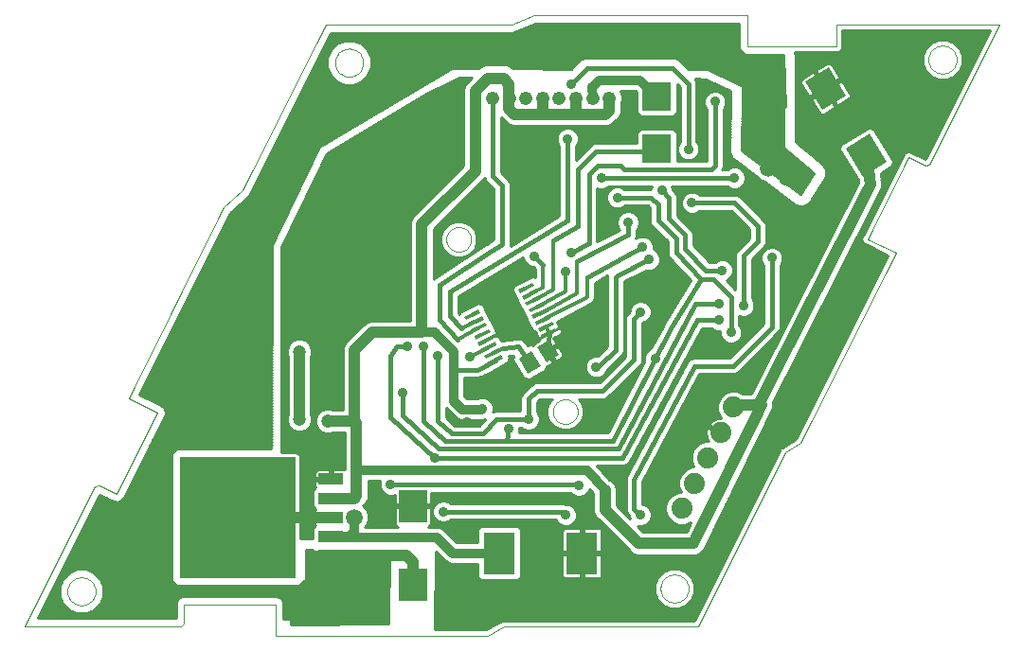
<source format=gtl>
G75*
%MOIN*%
%OFA0B0*%
%FSLAX24Y24*%
%IPPOS*%
%LPD*%
%AMOC8*
5,1,8,0,0,1.08239X$1,22.5*
%
%ADD10C,0.0000*%
%ADD11R,0.0563X0.0138*%
%ADD12R,0.0512X0.0630*%
%ADD13R,0.1181X0.0984*%
%ADD14R,0.0984X0.1181*%
%ADD15C,0.0476*%
%ADD16R,0.4098X0.4252*%
%ADD17R,0.0850X0.0420*%
%ADD18R,0.1102X0.1496*%
%ADD19C,0.0740*%
%ADD20R,0.1000X0.1000*%
%ADD21C,0.0160*%
%ADD22C,0.0100*%
%ADD23C,0.0945*%
%ADD24C,0.0768*%
%ADD25C,0.0120*%
%ADD26C,0.0709*%
%ADD27C,0.0356*%
%ADD28C,0.0591*%
%ADD29C,0.0472*%
%ADD30C,0.0400*%
%ADD31C,0.0560*%
%ADD32C,0.0240*%
%ADD33C,0.0320*%
D10*
X001464Y001214D02*
X006978Y001214D01*
X007083Y001332D01*
X007084Y001992D01*
X010297Y001990D01*
X010291Y000897D01*
X017774Y000897D01*
X018329Y001214D01*
X025175Y001214D01*
X028236Y007336D01*
X028767Y007690D01*
X032134Y014373D01*
X031140Y014865D01*
X032577Y017739D01*
X033167Y017444D01*
X033315Y017483D01*
X035785Y022424D01*
X030024Y022423D01*
X030024Y022424D02*
X030024Y021647D01*
X026911Y021647D01*
X026911Y022739D01*
X019397Y022739D01*
X018610Y022424D01*
X012065Y022424D01*
X009141Y016568D01*
X008482Y015977D01*
X005126Y009265D01*
X006140Y008753D01*
X004703Y005889D01*
X004112Y006184D01*
X003925Y006145D01*
X001464Y001214D01*
X002981Y002453D02*
X002983Y002497D01*
X002989Y002541D01*
X002999Y002584D01*
X003012Y002626D01*
X003030Y002666D01*
X003051Y002705D01*
X003075Y002742D01*
X003102Y002777D01*
X003133Y002809D01*
X003166Y002838D01*
X003202Y002864D01*
X003240Y002886D01*
X003280Y002905D01*
X003321Y002921D01*
X003364Y002933D01*
X003407Y002941D01*
X003451Y002945D01*
X003495Y002945D01*
X003539Y002941D01*
X003582Y002933D01*
X003625Y002921D01*
X003666Y002905D01*
X003706Y002886D01*
X003744Y002864D01*
X003780Y002838D01*
X003813Y002809D01*
X003844Y002777D01*
X003871Y002742D01*
X003895Y002705D01*
X003916Y002666D01*
X003934Y002626D01*
X003947Y002584D01*
X003957Y002541D01*
X003963Y002497D01*
X003965Y002453D01*
X003963Y002409D01*
X003957Y002365D01*
X003947Y002322D01*
X003934Y002280D01*
X003916Y002240D01*
X003895Y002201D01*
X003871Y002164D01*
X003844Y002129D01*
X003813Y002097D01*
X003780Y002068D01*
X003744Y002042D01*
X003706Y002020D01*
X003666Y002001D01*
X003625Y001985D01*
X003582Y001973D01*
X003539Y001965D01*
X003495Y001961D01*
X003451Y001961D01*
X003407Y001965D01*
X003364Y001973D01*
X003321Y001985D01*
X003280Y002001D01*
X003240Y002020D01*
X003202Y002042D01*
X003166Y002068D01*
X003133Y002097D01*
X003102Y002129D01*
X003075Y002164D01*
X003051Y002201D01*
X003030Y002240D01*
X003012Y002280D01*
X002999Y002322D01*
X002989Y002365D01*
X002983Y002409D01*
X002981Y002453D01*
X016313Y014853D02*
X016315Y014894D01*
X016321Y014935D01*
X016331Y014975D01*
X016344Y015014D01*
X016361Y015051D01*
X016382Y015087D01*
X016406Y015121D01*
X016433Y015152D01*
X016462Y015180D01*
X016495Y015206D01*
X016529Y015228D01*
X016566Y015247D01*
X016604Y015262D01*
X016644Y015274D01*
X016684Y015282D01*
X016725Y015286D01*
X016767Y015286D01*
X016808Y015282D01*
X016848Y015274D01*
X016888Y015262D01*
X016926Y015247D01*
X016962Y015228D01*
X016997Y015206D01*
X017030Y015180D01*
X017059Y015152D01*
X017086Y015121D01*
X017110Y015087D01*
X017131Y015051D01*
X017148Y015014D01*
X017161Y014975D01*
X017171Y014935D01*
X017177Y014894D01*
X017179Y014853D01*
X017177Y014812D01*
X017171Y014771D01*
X017161Y014731D01*
X017148Y014692D01*
X017131Y014655D01*
X017110Y014619D01*
X017086Y014585D01*
X017059Y014554D01*
X017030Y014526D01*
X016997Y014500D01*
X016963Y014478D01*
X016926Y014459D01*
X016888Y014444D01*
X016848Y014432D01*
X016808Y014424D01*
X016767Y014420D01*
X016725Y014420D01*
X016684Y014424D01*
X016644Y014432D01*
X016604Y014444D01*
X016566Y014459D01*
X016530Y014478D01*
X016495Y014500D01*
X016462Y014526D01*
X016433Y014554D01*
X016406Y014585D01*
X016382Y014619D01*
X016361Y014655D01*
X016344Y014692D01*
X016331Y014731D01*
X016321Y014771D01*
X016315Y014812D01*
X016313Y014853D01*
X012400Y021079D02*
X012402Y021123D01*
X012408Y021167D01*
X012418Y021210D01*
X012431Y021252D01*
X012449Y021292D01*
X012470Y021331D01*
X012494Y021368D01*
X012521Y021403D01*
X012552Y021435D01*
X012585Y021464D01*
X012621Y021490D01*
X012659Y021512D01*
X012699Y021531D01*
X012740Y021547D01*
X012783Y021559D01*
X012826Y021567D01*
X012870Y021571D01*
X012914Y021571D01*
X012958Y021567D01*
X013001Y021559D01*
X013044Y021547D01*
X013085Y021531D01*
X013125Y021512D01*
X013163Y021490D01*
X013199Y021464D01*
X013232Y021435D01*
X013263Y021403D01*
X013290Y021368D01*
X013314Y021331D01*
X013335Y021292D01*
X013353Y021252D01*
X013366Y021210D01*
X013376Y021167D01*
X013382Y021123D01*
X013384Y021079D01*
X013382Y021035D01*
X013376Y020991D01*
X013366Y020948D01*
X013353Y020906D01*
X013335Y020866D01*
X013314Y020827D01*
X013290Y020790D01*
X013263Y020755D01*
X013232Y020723D01*
X013199Y020694D01*
X013163Y020668D01*
X013125Y020646D01*
X013085Y020627D01*
X013044Y020611D01*
X013001Y020599D01*
X012958Y020591D01*
X012914Y020587D01*
X012870Y020587D01*
X012826Y020591D01*
X012783Y020599D01*
X012740Y020611D01*
X012699Y020627D01*
X012659Y020646D01*
X012621Y020668D01*
X012585Y020694D01*
X012552Y020723D01*
X012521Y020755D01*
X012494Y020790D01*
X012470Y020827D01*
X012449Y020866D01*
X012431Y020906D01*
X012418Y020948D01*
X012408Y020991D01*
X012402Y021035D01*
X012400Y021079D01*
X020065Y008781D02*
X020067Y008822D01*
X020073Y008863D01*
X020083Y008903D01*
X020096Y008942D01*
X020113Y008979D01*
X020134Y009015D01*
X020158Y009049D01*
X020185Y009080D01*
X020214Y009108D01*
X020247Y009134D01*
X020281Y009156D01*
X020318Y009175D01*
X020356Y009190D01*
X020396Y009202D01*
X020436Y009210D01*
X020477Y009214D01*
X020519Y009214D01*
X020560Y009210D01*
X020600Y009202D01*
X020640Y009190D01*
X020678Y009175D01*
X020714Y009156D01*
X020749Y009134D01*
X020782Y009108D01*
X020811Y009080D01*
X020838Y009049D01*
X020862Y009015D01*
X020883Y008979D01*
X020900Y008942D01*
X020913Y008903D01*
X020923Y008863D01*
X020929Y008822D01*
X020931Y008781D01*
X020929Y008740D01*
X020923Y008699D01*
X020913Y008659D01*
X020900Y008620D01*
X020883Y008583D01*
X020862Y008547D01*
X020838Y008513D01*
X020811Y008482D01*
X020782Y008454D01*
X020749Y008428D01*
X020715Y008406D01*
X020678Y008387D01*
X020640Y008372D01*
X020600Y008360D01*
X020560Y008352D01*
X020519Y008348D01*
X020477Y008348D01*
X020436Y008352D01*
X020396Y008360D01*
X020356Y008372D01*
X020318Y008387D01*
X020282Y008406D01*
X020247Y008428D01*
X020214Y008454D01*
X020185Y008482D01*
X020158Y008513D01*
X020134Y008547D01*
X020113Y008583D01*
X020096Y008620D01*
X020083Y008659D01*
X020073Y008699D01*
X020067Y008740D01*
X020065Y008781D01*
X023850Y002550D02*
X023852Y002594D01*
X023858Y002638D01*
X023868Y002681D01*
X023881Y002723D01*
X023899Y002763D01*
X023920Y002802D01*
X023944Y002839D01*
X023971Y002874D01*
X024002Y002906D01*
X024035Y002935D01*
X024071Y002961D01*
X024109Y002983D01*
X024149Y003002D01*
X024190Y003018D01*
X024233Y003030D01*
X024276Y003038D01*
X024320Y003042D01*
X024364Y003042D01*
X024408Y003038D01*
X024451Y003030D01*
X024494Y003018D01*
X024535Y003002D01*
X024575Y002983D01*
X024613Y002961D01*
X024649Y002935D01*
X024682Y002906D01*
X024713Y002874D01*
X024740Y002839D01*
X024764Y002802D01*
X024785Y002763D01*
X024803Y002723D01*
X024816Y002681D01*
X024826Y002638D01*
X024832Y002594D01*
X024834Y002550D01*
X024832Y002506D01*
X024826Y002462D01*
X024816Y002419D01*
X024803Y002377D01*
X024785Y002337D01*
X024764Y002298D01*
X024740Y002261D01*
X024713Y002226D01*
X024682Y002194D01*
X024649Y002165D01*
X024613Y002139D01*
X024575Y002117D01*
X024535Y002098D01*
X024494Y002082D01*
X024451Y002070D01*
X024408Y002062D01*
X024364Y002058D01*
X024320Y002058D01*
X024276Y002062D01*
X024233Y002070D01*
X024190Y002082D01*
X024149Y002098D01*
X024109Y002117D01*
X024071Y002139D01*
X024035Y002165D01*
X024002Y002194D01*
X023971Y002226D01*
X023944Y002261D01*
X023920Y002298D01*
X023899Y002337D01*
X023881Y002377D01*
X023868Y002419D01*
X023858Y002462D01*
X023852Y002506D01*
X023850Y002550D01*
X033280Y021185D02*
X033282Y021229D01*
X033288Y021273D01*
X033298Y021316D01*
X033311Y021358D01*
X033329Y021398D01*
X033350Y021437D01*
X033374Y021474D01*
X033401Y021509D01*
X033432Y021541D01*
X033465Y021570D01*
X033501Y021596D01*
X033539Y021618D01*
X033579Y021637D01*
X033620Y021653D01*
X033663Y021665D01*
X033706Y021673D01*
X033750Y021677D01*
X033794Y021677D01*
X033838Y021673D01*
X033881Y021665D01*
X033924Y021653D01*
X033965Y021637D01*
X034005Y021618D01*
X034043Y021596D01*
X034079Y021570D01*
X034112Y021541D01*
X034143Y021509D01*
X034170Y021474D01*
X034194Y021437D01*
X034215Y021398D01*
X034233Y021358D01*
X034246Y021316D01*
X034256Y021273D01*
X034262Y021229D01*
X034264Y021185D01*
X034262Y021141D01*
X034256Y021097D01*
X034246Y021054D01*
X034233Y021012D01*
X034215Y020972D01*
X034194Y020933D01*
X034170Y020896D01*
X034143Y020861D01*
X034112Y020829D01*
X034079Y020800D01*
X034043Y020774D01*
X034005Y020752D01*
X033965Y020733D01*
X033924Y020717D01*
X033881Y020705D01*
X033838Y020697D01*
X033794Y020693D01*
X033750Y020693D01*
X033706Y020697D01*
X033663Y020705D01*
X033620Y020717D01*
X033579Y020733D01*
X033539Y020752D01*
X033501Y020774D01*
X033465Y020800D01*
X033432Y020829D01*
X033401Y020861D01*
X033374Y020896D01*
X033350Y020933D01*
X033329Y020972D01*
X033311Y021012D01*
X033298Y021054D01*
X033288Y021097D01*
X033282Y021141D01*
X033280Y021185D01*
D11*
G36*
X019423Y011939D02*
X019925Y012190D01*
X019987Y012067D01*
X019485Y011816D01*
X019423Y011939D01*
G37*
G36*
X019308Y012168D02*
X019810Y012419D01*
X019872Y012296D01*
X019370Y012045D01*
X019308Y012168D01*
G37*
G36*
X019194Y012396D02*
X019696Y012647D01*
X019758Y012524D01*
X019256Y012273D01*
X019194Y012396D01*
G37*
G36*
X019079Y012625D02*
X019581Y012876D01*
X019643Y012753D01*
X019141Y012502D01*
X019079Y012625D01*
G37*
G36*
X018965Y012854D02*
X019467Y013105D01*
X019529Y012982D01*
X019027Y012731D01*
X018965Y012854D01*
G37*
G36*
X018850Y013083D02*
X019352Y013334D01*
X019414Y013211D01*
X018912Y012960D01*
X018850Y013083D01*
G37*
G36*
X019537Y011710D02*
X020039Y011961D01*
X020101Y011838D01*
X019599Y011587D01*
X019537Y011710D01*
G37*
G36*
X019652Y011481D02*
X020154Y011732D01*
X020216Y011609D01*
X019714Y011358D01*
X019652Y011481D01*
G37*
G36*
X017751Y010529D02*
X018253Y010780D01*
X018315Y010657D01*
X017813Y010406D01*
X017751Y010529D01*
G37*
G36*
X017637Y010758D02*
X018139Y011009D01*
X018201Y010886D01*
X017699Y010635D01*
X017637Y010758D01*
G37*
G36*
X017522Y010987D02*
X018024Y011238D01*
X018086Y011115D01*
X017584Y010864D01*
X017522Y010987D01*
G37*
G36*
X017407Y011216D02*
X017909Y011467D01*
X017971Y011344D01*
X017469Y011093D01*
X017407Y011216D01*
G37*
G36*
X017293Y011444D02*
X017795Y011695D01*
X017857Y011572D01*
X017355Y011321D01*
X017293Y011444D01*
G37*
G36*
X017178Y011673D02*
X017680Y011924D01*
X017742Y011801D01*
X017240Y011550D01*
X017178Y011673D01*
G37*
G36*
X017064Y011902D02*
X017566Y012153D01*
X017628Y012030D01*
X017126Y011779D01*
X017064Y011902D01*
G37*
G36*
X016949Y012131D02*
X017451Y012382D01*
X017513Y012259D01*
X017011Y012008D01*
X016949Y012131D01*
G37*
D12*
G36*
X019623Y010397D02*
X019188Y010129D01*
X018859Y010665D01*
X019294Y010933D01*
X019623Y010397D01*
G37*
G36*
X020261Y010788D02*
X019826Y010520D01*
X019497Y011056D01*
X019932Y011324D01*
X020261Y010788D01*
G37*
D13*
G36*
X030982Y017055D02*
X030366Y018060D01*
X031204Y018575D01*
X031820Y017570D01*
X030982Y017055D01*
G37*
G36*
X029542Y019405D02*
X028926Y020410D01*
X029764Y020925D01*
X030380Y019920D01*
X029542Y019405D01*
G37*
D14*
X015135Y005456D03*
X015135Y002700D03*
D15*
X017935Y019831D03*
X018525Y019831D03*
X019116Y019831D03*
X019706Y019831D03*
X020277Y019831D03*
X020868Y019831D03*
X021458Y019831D03*
X022049Y019831D03*
D16*
X008975Y005063D03*
D17*
X012255Y005063D03*
X012255Y005733D03*
X012255Y006403D03*
X012255Y004393D03*
X012255Y003723D03*
D18*
X018174Y003800D03*
X021088Y003800D03*
D19*
X024601Y005374D03*
X025055Y006265D03*
X025509Y007156D03*
X025963Y008047D03*
X026417Y008938D03*
D20*
X023722Y018047D03*
X023722Y019897D03*
D21*
X023336Y019834D01*
X024267Y020891D02*
X024829Y020329D01*
X024829Y018026D01*
X025642Y017329D02*
X025767Y017454D01*
X025767Y019704D01*
X024267Y020891D02*
X021267Y020891D01*
X020704Y020329D01*
X020579Y018391D02*
X020579Y015516D01*
X016454Y013016D01*
X016454Y012141D01*
X016829Y011704D01*
X016704Y011329D02*
X016079Y012016D01*
X016079Y013266D01*
X017892Y014454D01*
X018247Y014661D01*
X018267Y014681D01*
X018267Y016766D01*
X017935Y017099D01*
X017935Y019831D01*
X020954Y017329D02*
X021579Y017954D01*
X023629Y017954D01*
X023722Y018047D01*
X022579Y017329D02*
X022454Y017454D01*
X021642Y017454D01*
X021329Y017141D01*
X021329Y014704D01*
X020704Y014391D01*
X020892Y014079D02*
X022704Y015016D01*
X022704Y015454D01*
X022329Y016329D02*
X023517Y016329D01*
X023767Y016079D01*
X023767Y015516D01*
X024392Y014891D01*
X024392Y014391D01*
X025267Y013454D01*
X024204Y011704D01*
X023569Y010486D01*
X023594Y010539D01*
X023661Y010657D01*
X023569Y010486D02*
X022174Y007752D01*
X018454Y007752D01*
X018494Y008183D01*
X018892Y008519D02*
X018079Y008519D01*
X017610Y008009D01*
X016501Y008009D01*
X016017Y008454D01*
X016017Y010766D01*
X015517Y011079D02*
X015517Y008454D01*
X016258Y007752D01*
X018454Y007752D01*
X018892Y008519D02*
X019204Y008521D01*
X019210Y008527D01*
X019210Y009235D01*
X019491Y009516D01*
X021814Y009516D01*
X022911Y010613D01*
X022911Y012065D01*
X023144Y012299D01*
X022267Y013516D02*
X022267Y010963D01*
X021704Y010401D01*
X021579Y010361D01*
X019879Y010922D02*
X019934Y011545D01*
X018829Y011079D02*
X018329Y011016D01*
X018829Y011079D02*
X019241Y010531D01*
X018033Y010593D02*
X017392Y010266D01*
X016704Y010266D01*
X016579Y010141D01*
X014954Y011079D02*
X014579Y011079D01*
X014329Y010766D01*
X014329Y008579D01*
X015899Y007167D01*
X022510Y007167D01*
X025142Y012016D01*
X025892Y012016D01*
X025892Y012579D02*
X025079Y012579D01*
X022362Y007479D01*
X016047Y007479D01*
X014767Y008641D01*
X014767Y009454D01*
X014353Y006206D02*
X020908Y006206D01*
X020978Y006176D01*
X020392Y005266D02*
X020517Y005141D01*
X020392Y005266D02*
X016204Y005266D01*
X022918Y005366D02*
X023142Y005141D01*
X022918Y005366D02*
X022918Y006391D01*
X025043Y010391D01*
X026392Y010391D01*
X027767Y011766D01*
X027767Y014204D01*
X027267Y014769D02*
X027267Y015329D01*
X026454Y016141D01*
X024954Y016141D01*
X024142Y016329D02*
X024142Y015579D01*
X024704Y015016D01*
X024704Y014516D01*
X025454Y013766D01*
X026017Y013766D01*
X025704Y013454D02*
X025267Y013454D01*
X025704Y013454D02*
X026329Y012829D01*
X026329Y011574D01*
X026767Y012516D02*
X026767Y014269D01*
X027267Y014769D01*
X024142Y016329D02*
X023892Y016579D01*
X022579Y017329D02*
X025642Y017329D01*
X026454Y017016D02*
X021767Y017016D01*
X020954Y017329D02*
X020954Y015329D01*
X020079Y014829D01*
X019392Y014266D02*
X019704Y013954D01*
X021267Y013516D02*
X023204Y014579D01*
X023454Y014141D02*
X022329Y013579D01*
X022267Y013516D01*
X029653Y020165D02*
X029685Y020765D01*
D22*
X029603Y021002D02*
X028607Y021002D01*
X028607Y020904D02*
X029442Y020904D01*
X029309Y020822D02*
X029670Y020233D01*
X030175Y020543D01*
X029882Y021020D01*
X029853Y021048D01*
X029818Y021066D01*
X029780Y021076D01*
X029741Y021075D01*
X029703Y021063D01*
X029309Y020822D01*
X029319Y020805D02*
X028607Y020805D01*
X028607Y020707D02*
X029121Y020707D01*
X029224Y020770D02*
X028830Y020528D01*
X028803Y020500D01*
X028784Y020465D01*
X028775Y020427D01*
X028776Y020387D01*
X028787Y020349D01*
X029080Y019872D01*
X029584Y020181D01*
X029637Y020096D01*
X029722Y020148D01*
X029670Y020233D01*
X029584Y020181D01*
X029224Y020770D01*
X029262Y020707D02*
X029379Y020707D01*
X029323Y020608D02*
X029440Y020608D01*
X029383Y020510D02*
X029500Y020510D01*
X029443Y020411D02*
X029561Y020411D01*
X029504Y020313D02*
X029621Y020313D01*
X029639Y020214D02*
X029564Y020214D01*
X029624Y020116D02*
X029478Y020116D01*
X029509Y020017D02*
X029317Y020017D01*
X029348Y019919D02*
X029156Y019919D01*
X029187Y019820D02*
X028607Y019820D01*
X028607Y019722D02*
X029171Y019722D01*
X029132Y019786D02*
X029425Y019309D01*
X029453Y019281D01*
X029488Y019263D01*
X029526Y019253D01*
X029566Y019254D01*
X029604Y019266D01*
X029997Y019507D01*
X029637Y020096D01*
X029132Y019786D01*
X029051Y019919D02*
X028607Y019919D01*
X028607Y020017D02*
X028990Y020017D01*
X028930Y020116D02*
X028607Y020116D01*
X028607Y020214D02*
X028870Y020214D01*
X028809Y020313D02*
X028607Y020313D01*
X028607Y020411D02*
X028775Y020411D01*
X028812Y020510D02*
X028607Y020510D01*
X028607Y020608D02*
X028960Y020608D01*
X028607Y021101D02*
X033070Y021101D01*
X033070Y021045D02*
X033070Y021324D01*
X033177Y021582D01*
X033374Y021780D01*
X033632Y021887D01*
X033912Y021887D01*
X034170Y021780D01*
X034367Y021582D01*
X034474Y021324D01*
X034474Y021045D01*
X034367Y020787D01*
X034170Y020589D01*
X033912Y020483D01*
X033632Y020483D01*
X033374Y020589D01*
X033177Y020787D01*
X033070Y021045D01*
X033088Y021002D02*
X029893Y021002D01*
X029953Y020904D02*
X033128Y020904D01*
X033169Y020805D02*
X030014Y020805D01*
X030074Y020707D02*
X033257Y020707D01*
X033355Y020608D02*
X030134Y020608D01*
X030121Y020510D02*
X033567Y020510D01*
X033977Y020510D02*
X034593Y020510D01*
X034642Y020608D02*
X034189Y020608D01*
X034287Y020707D02*
X034692Y020707D01*
X034741Y020805D02*
X034375Y020805D01*
X034416Y020904D02*
X034790Y020904D01*
X034839Y021002D02*
X034456Y021002D01*
X034474Y021101D02*
X034889Y021101D01*
X034938Y021199D02*
X034474Y021199D01*
X034474Y021298D02*
X034987Y021298D01*
X035036Y021396D02*
X034444Y021396D01*
X034404Y021495D02*
X035086Y021495D01*
X035135Y021593D02*
X034356Y021593D01*
X034258Y021692D02*
X035184Y021692D01*
X035233Y021790D02*
X034145Y021790D01*
X033399Y021790D02*
X030234Y021790D01*
X030234Y021692D02*
X033286Y021692D01*
X033188Y021593D02*
X030234Y021593D01*
X030234Y021560D02*
X030234Y022213D01*
X035445Y022214D01*
X033176Y017674D01*
X032748Y017888D01*
X032593Y017966D01*
X032428Y017911D01*
X030990Y015036D01*
X030951Y014959D01*
X030913Y014881D01*
X030913Y014880D01*
X030940Y014798D01*
X030968Y014716D01*
X030968Y014716D01*
X030968Y014716D01*
X031046Y014677D01*
X031123Y014638D01*
X031124Y014639D01*
X031851Y014279D01*
X028605Y007834D01*
X028143Y007526D01*
X028087Y007507D01*
X028073Y007479D01*
X028047Y007462D01*
X028036Y007404D01*
X025045Y001424D01*
X018357Y001424D01*
X018300Y001439D01*
X018273Y001424D01*
X018242Y001424D01*
X018200Y001382D01*
X017718Y001107D01*
X015915Y001107D01*
X015952Y003860D01*
X016326Y003486D01*
X016462Y003430D01*
X017413Y003430D01*
X017413Y002965D01*
X017536Y002842D01*
X018812Y002842D01*
X018935Y002965D01*
X018935Y004635D01*
X018812Y004758D01*
X017536Y004758D01*
X017413Y004635D01*
X017413Y004170D01*
X016689Y004170D01*
X016296Y004563D01*
X016192Y004667D01*
X016056Y004723D01*
X015675Y004723D01*
X015685Y004726D01*
X015719Y004746D01*
X015747Y004774D01*
X015767Y004808D01*
X015777Y004846D01*
X015777Y005406D01*
X015185Y005406D01*
X015185Y005506D01*
X015777Y005506D01*
X015777Y005916D01*
X020689Y005916D01*
X020758Y005847D01*
X020900Y005788D01*
X021055Y005788D01*
X021197Y005847D01*
X021307Y005956D01*
X021350Y006062D01*
X021482Y005917D01*
X021482Y005247D01*
X021544Y005096D01*
X021660Y004981D01*
X022732Y003909D01*
X022847Y003794D01*
X022998Y003731D01*
X025005Y003731D01*
X025074Y003727D01*
X025086Y003731D01*
X025099Y003731D01*
X025162Y003758D01*
X025228Y003780D01*
X025237Y003789D01*
X025249Y003794D01*
X025298Y003843D01*
X025350Y003888D01*
X025355Y003900D01*
X025365Y003909D01*
X025391Y003973D01*
X027730Y008775D01*
X027740Y008784D01*
X027765Y008846D01*
X027795Y008907D01*
X027796Y008908D01*
X027796Y008910D01*
X027797Y008923D01*
X027802Y008935D01*
X027802Y009002D01*
X027807Y009069D01*
X027806Y009071D01*
X027806Y009073D01*
X027802Y009085D01*
X027802Y009098D01*
X027800Y009102D01*
X031578Y016562D01*
X031605Y016596D01*
X031615Y016634D01*
X031632Y016668D01*
X031806Y016668D01*
X031757Y016570D02*
X031584Y016570D01*
X031632Y016668D02*
X031636Y016712D01*
X031647Y016754D01*
X031642Y016792D01*
X031645Y016831D01*
X031631Y016872D01*
X031590Y017181D01*
X032005Y017435D01*
X032046Y017604D01*
X031338Y018759D01*
X031169Y018800D01*
X030181Y018195D01*
X030140Y018026D01*
X030792Y016962D01*
X030807Y016853D01*
X027045Y009426D01*
X026749Y009426D01*
X026745Y009430D01*
X026532Y009518D01*
X026301Y009518D01*
X026088Y009430D01*
X025925Y009266D01*
X025837Y009053D01*
X025837Y008822D01*
X025925Y008609D01*
X025967Y008567D01*
X025922Y008567D01*
X025841Y008554D01*
X025763Y008529D01*
X025690Y008492D01*
X025624Y008443D01*
X025566Y008386D01*
X025523Y008327D01*
X025941Y008114D01*
X025895Y008025D01*
X025478Y008238D01*
X025456Y008169D01*
X025443Y008088D01*
X025443Y008006D01*
X025456Y007925D01*
X025481Y007847D01*
X025518Y007774D01*
X025546Y007736D01*
X025393Y007736D01*
X025180Y007648D01*
X025017Y007484D01*
X024929Y007271D01*
X024929Y007040D01*
X025010Y006845D01*
X024939Y006845D01*
X024726Y006757D01*
X024563Y006593D01*
X024475Y006380D01*
X024475Y006149D01*
X024556Y005954D01*
X024485Y005954D01*
X024272Y005866D01*
X024109Y005702D01*
X024021Y005489D01*
X024021Y005258D01*
X024109Y005045D01*
X023522Y005045D01*
X023530Y005064D02*
X023530Y005218D01*
X023471Y005361D01*
X023362Y005470D01*
X023219Y005529D01*
X023208Y005529D01*
X023208Y006319D01*
X025217Y010101D01*
X026450Y010101D01*
X026556Y010145D01*
X026638Y010227D01*
X028013Y011602D01*
X028057Y011709D01*
X028057Y013945D01*
X028096Y013984D01*
X028155Y014127D01*
X028155Y014281D01*
X028096Y014424D01*
X027987Y014533D01*
X027844Y014592D01*
X027690Y014592D01*
X027547Y014533D01*
X027438Y014424D01*
X027379Y014281D01*
X027379Y014127D01*
X027438Y013984D01*
X027477Y013945D01*
X027477Y011886D01*
X026272Y010681D01*
X025056Y010681D01*
X025013Y010685D01*
X024999Y010681D01*
X024985Y010681D01*
X024944Y010664D01*
X024903Y010652D01*
X024892Y010643D01*
X024878Y010637D01*
X024847Y010606D01*
X024814Y010578D01*
X024807Y010566D01*
X024797Y010555D01*
X024780Y010515D01*
X022682Y006566D01*
X022672Y006555D01*
X022655Y006515D01*
X022634Y006476D01*
X022633Y006462D01*
X022628Y006449D01*
X022628Y006405D01*
X022623Y006361D01*
X022628Y006348D01*
X022628Y005308D01*
X022672Y005201D01*
X022754Y005119D01*
X022754Y005064D01*
X022766Y005034D01*
X022302Y005499D01*
X022302Y006098D01*
X022240Y006248D01*
X022124Y006364D01*
X022047Y006396D01*
X021609Y006877D01*
X022495Y006877D01*
X022537Y006872D01*
X022552Y006877D01*
X022568Y006877D01*
X022607Y006893D01*
X022648Y006905D01*
X022660Y006915D01*
X022674Y006921D01*
X022704Y006951D01*
X022737Y006978D01*
X022745Y006991D01*
X022756Y007003D01*
X022772Y007042D01*
X025315Y011726D01*
X025633Y011726D01*
X025672Y011687D01*
X025815Y011628D01*
X025941Y011628D01*
X025941Y011497D01*
X026000Y011354D01*
X026110Y011245D01*
X026252Y011186D01*
X026407Y011186D01*
X026549Y011245D01*
X026659Y011354D01*
X026718Y011497D01*
X026718Y011651D01*
X026659Y011794D01*
X026619Y011833D01*
X026619Y012157D01*
X026690Y012128D01*
X026844Y012128D01*
X026987Y012187D01*
X027096Y012296D01*
X027155Y012439D01*
X027155Y012593D01*
X027096Y012736D01*
X027057Y012775D01*
X027057Y014149D01*
X027431Y014523D01*
X027513Y014604D01*
X027557Y014711D01*
X027557Y015386D01*
X027513Y015493D01*
X026700Y016305D01*
X026619Y016387D01*
X026512Y016431D01*
X025213Y016431D01*
X025174Y016470D01*
X025032Y016529D01*
X024877Y016529D01*
X024735Y016470D01*
X024625Y016361D01*
X024566Y016218D01*
X024566Y016064D01*
X024625Y015921D01*
X024735Y015812D01*
X024877Y015753D01*
X025032Y015753D01*
X025174Y015812D01*
X025213Y015851D01*
X026334Y015851D01*
X026977Y015209D01*
X026977Y014889D01*
X026521Y014433D01*
X026477Y014326D01*
X026477Y013091D01*
X026162Y013406D01*
X026237Y013437D01*
X026346Y013546D01*
X026405Y013689D01*
X026405Y013843D01*
X026346Y013986D01*
X026237Y014095D01*
X026094Y014154D01*
X025940Y014154D01*
X025797Y014095D01*
X025758Y014056D01*
X025575Y014056D01*
X024994Y014636D01*
X024994Y015074D01*
X024950Y015180D01*
X024432Y015699D01*
X024432Y016386D01*
X024388Y016493D01*
X024280Y016601D01*
X024280Y016656D01*
X024251Y016726D01*
X026196Y016726D01*
X026235Y016687D01*
X026377Y016628D01*
X026532Y016628D01*
X026674Y016687D01*
X026784Y016796D01*
X026843Y016939D01*
X026843Y017093D01*
X026784Y017236D01*
X026674Y017345D01*
X026532Y017404D01*
X026377Y017404D01*
X026235Y017345D01*
X026196Y017306D01*
X026020Y017306D01*
X026057Y017396D01*
X026057Y019445D01*
X026096Y019484D01*
X026155Y019627D01*
X026155Y019781D01*
X026096Y019924D01*
X025987Y020033D01*
X025844Y020092D01*
X025690Y020092D01*
X025547Y020033D01*
X025438Y019924D01*
X025379Y019781D01*
X025379Y019627D01*
X025438Y019484D01*
X025477Y019445D01*
X025477Y017619D01*
X024432Y017619D01*
X024432Y018634D01*
X024309Y018757D01*
X023135Y018757D01*
X023012Y018634D01*
X023012Y018244D01*
X020939Y018244D01*
X020968Y018314D02*
X020909Y018171D01*
X020869Y018132D01*
X020869Y017654D01*
X021415Y018200D01*
X021522Y018244D01*
X023012Y018244D01*
X023012Y018343D02*
X020968Y018343D01*
X020968Y018314D02*
X020968Y018468D01*
X020909Y018611D01*
X020799Y018720D01*
X020657Y018779D01*
X020502Y018779D01*
X020360Y018720D01*
X020250Y018611D01*
X020191Y018468D01*
X020191Y018314D01*
X020250Y018171D01*
X020289Y018132D01*
X020289Y015680D01*
X018557Y014630D01*
X018557Y016824D01*
X018513Y016930D01*
X018431Y017012D01*
X018225Y017219D01*
X018225Y019166D01*
X018357Y019034D01*
X018472Y018919D01*
X018623Y018856D01*
X021998Y018856D01*
X022149Y018919D01*
X022281Y019051D01*
X022396Y019166D01*
X022459Y019317D01*
X022459Y019651D01*
X022496Y019742D01*
X022496Y019920D01*
X022429Y020084D01*
X022961Y020084D01*
X023012Y020038D01*
X023012Y019310D01*
X023135Y019187D01*
X024309Y019187D01*
X024432Y019310D01*
X024432Y020316D01*
X024539Y020209D01*
X024539Y018284D01*
X024500Y018245D01*
X024441Y018103D01*
X024441Y017948D01*
X024500Y017806D01*
X024610Y017697D01*
X024752Y017637D01*
X024907Y017637D01*
X025049Y017697D01*
X025159Y017806D01*
X025218Y017948D01*
X025218Y018103D01*
X025159Y018245D01*
X025119Y018284D01*
X025119Y020386D01*
X025075Y020493D01*
X025066Y020502D01*
X025433Y020500D01*
X026319Y020073D01*
X026282Y018040D01*
X026274Y018005D01*
X026281Y017957D01*
X026280Y017909D01*
X026293Y017875D01*
X026299Y017840D01*
X026323Y017798D01*
X026341Y017753D01*
X026366Y017727D01*
X026385Y017697D01*
X026424Y017668D01*
X026457Y017633D01*
X026490Y017619D01*
X027191Y017100D01*
X027200Y017078D01*
X027342Y016936D01*
X027503Y016870D01*
X028483Y016144D01*
X028494Y016130D01*
X028550Y016095D01*
X028604Y016056D01*
X028621Y016051D01*
X028636Y016042D01*
X028701Y016031D01*
X028766Y016015D01*
X028783Y016018D01*
X028801Y016015D01*
X028865Y016030D01*
X028931Y016040D01*
X028946Y016049D01*
X028963Y016053D01*
X029017Y016092D01*
X029074Y016126D01*
X029085Y016140D01*
X029099Y016150D01*
X029134Y016207D01*
X029174Y016260D01*
X029178Y016277D01*
X029593Y016947D01*
X029629Y016989D01*
X029637Y017017D01*
X029653Y017042D01*
X029662Y017097D01*
X029678Y017149D01*
X029675Y017178D01*
X029680Y017207D01*
X029667Y017261D01*
X029662Y017315D01*
X029648Y017341D01*
X029642Y017370D01*
X029610Y017415D01*
X029584Y017463D01*
X029561Y017482D01*
X029544Y017506D01*
X029498Y017535D01*
X028590Y018286D01*
X028605Y018990D01*
X028607Y018994D01*
X028607Y019073D01*
X028608Y019152D01*
X028607Y019157D01*
X028607Y021261D01*
X028613Y021322D01*
X028607Y021344D01*
X028607Y021366D01*
X028583Y021423D01*
X028579Y021437D01*
X030111Y021437D01*
X030234Y021560D01*
X030169Y021495D02*
X033140Y021495D01*
X033100Y021396D02*
X028594Y021396D01*
X028611Y021298D02*
X033070Y021298D01*
X033070Y021199D02*
X028607Y021199D01*
X028187Y021199D02*
X026760Y021199D01*
X026758Y021101D02*
X028187Y021101D01*
X028180Y021101D02*
X024581Y021101D01*
X024679Y021002D02*
X028183Y021002D01*
X028187Y021002D02*
X026756Y021002D01*
X026754Y020904D02*
X028187Y020904D01*
X028186Y020904D02*
X024778Y020904D01*
X024838Y020843D02*
X024477Y021205D01*
X024341Y021261D01*
X021193Y021261D01*
X021057Y021205D01*
X020953Y021101D01*
X013674Y021101D01*
X013674Y021199D02*
X021052Y021199D01*
X020953Y021101D02*
X020718Y020866D01*
X018662Y020877D01*
X018607Y020932D01*
X018427Y021006D01*
X017670Y021006D01*
X017489Y020932D01*
X017441Y020884D01*
X016494Y020889D01*
X011829Y018119D01*
X010177Y014650D01*
X010155Y007479D01*
X006868Y007479D01*
X006762Y007435D01*
X006680Y007353D01*
X006636Y007246D01*
X006636Y002879D01*
X006680Y002773D01*
X006762Y002691D01*
X006868Y002647D01*
X011082Y002647D01*
X011189Y002691D01*
X011270Y002773D01*
X011290Y002821D01*
X013108Y002542D01*
X012951Y001500D01*
X010584Y001484D01*
X010587Y001931D01*
X010587Y001932D01*
X010587Y001989D01*
X010587Y002046D01*
X010587Y002047D01*
X010565Y002100D01*
X010544Y002153D01*
X010543Y002153D01*
X010543Y002154D01*
X010503Y002194D01*
X010463Y002235D01*
X010462Y002235D01*
X010462Y002235D01*
X010409Y002257D01*
X010356Y002279D01*
X010356Y002279D01*
X010355Y002280D01*
X010298Y002280D01*
X010241Y002280D01*
X010240Y002280D01*
X007142Y002282D01*
X007142Y002282D01*
X007028Y002282D01*
X007026Y002282D01*
X007023Y002281D01*
X006920Y002238D01*
X006839Y002158D01*
X006838Y002157D01*
X006838Y002157D01*
X006795Y002052D01*
X006794Y002050D01*
X006794Y002048D01*
X006793Y001504D01*
X001933Y001504D01*
X004108Y005862D01*
X004572Y005630D01*
X004624Y005604D01*
X004624Y005604D01*
X004624Y005604D01*
X004682Y005600D01*
X004739Y005595D01*
X004739Y005595D01*
X004740Y005595D01*
X004794Y005614D01*
X004849Y005632D01*
X004892Y005669D01*
X004936Y005707D01*
X004936Y005707D01*
X004936Y005707D01*
X004962Y005758D01*
X006399Y008623D01*
X006424Y008674D01*
X006425Y008674D01*
X006424Y008674D02*
X006424Y008674D01*
X006425Y008674D02*
X006429Y008732D01*
X006433Y008789D01*
X006433Y008789D01*
X006433Y008789D01*
X006415Y008844D01*
X006397Y008898D01*
X006397Y008899D01*
X006359Y008942D01*
X006322Y008986D01*
X006321Y008986D01*
X006270Y009012D01*
X005514Y009393D01*
X008717Y015798D01*
X009333Y016350D01*
X009375Y016387D01*
X009376Y016389D01*
X009378Y016390D01*
X009402Y016440D01*
X012244Y022134D01*
X018608Y022134D01*
X018664Y022133D01*
X018666Y022134D01*
X018668Y022134D01*
X018719Y022156D01*
X019453Y022449D01*
X026621Y022449D01*
X026621Y021589D01*
X026665Y021482D01*
X026746Y021401D01*
X026853Y021357D01*
X028173Y021357D01*
X028226Y019530D01*
X025512Y020840D01*
X024838Y020843D01*
X024482Y021199D02*
X028177Y021199D01*
X028187Y021277D02*
X028187Y019078D01*
X028166Y018092D01*
X029252Y017193D01*
X028786Y016443D01*
X026702Y017985D01*
X026762Y021308D01*
X026837Y021277D01*
X028187Y021277D01*
X028175Y021298D02*
X013648Y021298D01*
X013674Y021235D02*
X013555Y021522D01*
X013335Y021742D01*
X013047Y021861D01*
X012736Y021861D01*
X012449Y021742D01*
X012229Y021522D01*
X012110Y021235D01*
X012110Y020924D01*
X012229Y020636D01*
X012449Y020416D01*
X012736Y020297D01*
X013047Y020297D01*
X013335Y020416D01*
X013555Y020636D01*
X013674Y020924D01*
X013674Y021235D01*
X013607Y021396D02*
X026757Y021396D01*
X026762Y021298D02*
X026786Y021298D01*
X026660Y021495D02*
X013566Y021495D01*
X013484Y021593D02*
X026621Y021593D01*
X026621Y021692D02*
X013385Y021692D01*
X013219Y021790D02*
X026621Y021790D01*
X026621Y021889D02*
X012122Y021889D01*
X012171Y021987D02*
X026621Y021987D01*
X026621Y022086D02*
X012220Y022086D01*
X012072Y021790D02*
X012564Y021790D01*
X012398Y021692D02*
X012023Y021692D01*
X011974Y021593D02*
X012300Y021593D01*
X012217Y021495D02*
X011925Y021495D01*
X011876Y021396D02*
X012176Y021396D01*
X012136Y021298D02*
X011827Y021298D01*
X011777Y021199D02*
X012110Y021199D01*
X012110Y021101D02*
X011728Y021101D01*
X011679Y021002D02*
X012110Y021002D01*
X012118Y020904D02*
X011630Y020904D01*
X011581Y020805D02*
X012159Y020805D01*
X012199Y020707D02*
X011532Y020707D01*
X011482Y020608D02*
X012257Y020608D01*
X012355Y020510D02*
X011433Y020510D01*
X011384Y020411D02*
X012461Y020411D01*
X012699Y020313D02*
X011335Y020313D01*
X011286Y020214D02*
X015358Y020214D01*
X015192Y020116D02*
X011237Y020116D01*
X011187Y020017D02*
X015026Y020017D01*
X014860Y019919D02*
X011138Y019919D01*
X011089Y019820D02*
X014694Y019820D01*
X014529Y019722D02*
X011040Y019722D01*
X010991Y019623D02*
X014363Y019623D01*
X014197Y019525D02*
X010942Y019525D01*
X010892Y019426D02*
X014031Y019426D01*
X013865Y019328D02*
X010843Y019328D01*
X010794Y019229D02*
X013699Y019229D01*
X013533Y019131D02*
X010745Y019131D01*
X010696Y019032D02*
X013367Y019032D01*
X013201Y018934D02*
X010647Y018934D01*
X010597Y018835D02*
X013036Y018835D01*
X012870Y018737D02*
X010548Y018737D01*
X010499Y018638D02*
X012704Y018638D01*
X012538Y018540D02*
X010450Y018540D01*
X010401Y018441D02*
X012372Y018441D01*
X012206Y018343D02*
X010352Y018343D01*
X010302Y018244D02*
X012040Y018244D01*
X011874Y018146D02*
X010253Y018146D01*
X010204Y018047D02*
X011795Y018047D01*
X011748Y017949D02*
X010155Y017949D01*
X010106Y017850D02*
X011701Y017850D01*
X011655Y017752D02*
X010057Y017752D01*
X010007Y017653D02*
X011608Y017653D01*
X011561Y017555D02*
X009958Y017555D01*
X009909Y017456D02*
X011514Y017456D01*
X011467Y017358D02*
X009860Y017358D01*
X009811Y017259D02*
X011420Y017259D01*
X011373Y017161D02*
X009762Y017161D01*
X009712Y017062D02*
X011326Y017062D01*
X011279Y016964D02*
X009663Y016964D01*
X009614Y016865D02*
X011232Y016865D01*
X011185Y016767D02*
X009565Y016767D01*
X009516Y016668D02*
X011139Y016668D01*
X011092Y016570D02*
X009467Y016570D01*
X009417Y016471D02*
X011045Y016471D01*
X010998Y016373D02*
X009359Y016373D01*
X009248Y016274D02*
X010951Y016274D01*
X010904Y016176D02*
X009138Y016176D01*
X009028Y016077D02*
X010857Y016077D01*
X010810Y015979D02*
X008918Y015979D01*
X008808Y015880D02*
X010763Y015880D01*
X010716Y015782D02*
X008708Y015782D01*
X008659Y015683D02*
X010669Y015683D01*
X010623Y015585D02*
X008610Y015585D01*
X008561Y015486D02*
X010576Y015486D01*
X010529Y015388D02*
X008511Y015388D01*
X008462Y015289D02*
X010482Y015289D01*
X010435Y015191D02*
X008413Y015191D01*
X008364Y015092D02*
X010388Y015092D01*
X010341Y014994D02*
X008314Y014994D01*
X008265Y014895D02*
X010294Y014895D01*
X010247Y014797D02*
X008216Y014797D01*
X008167Y014698D02*
X010200Y014698D01*
X010177Y014600D02*
X008117Y014600D01*
X008068Y014501D02*
X010177Y014501D01*
X010177Y014403D02*
X008019Y014403D01*
X007970Y014304D02*
X010176Y014304D01*
X010176Y014206D02*
X007920Y014206D01*
X007871Y014107D02*
X010176Y014107D01*
X010175Y014009D02*
X007822Y014009D01*
X007773Y013910D02*
X010175Y013910D01*
X010175Y013812D02*
X007723Y013812D01*
X007674Y013713D02*
X010175Y013713D01*
X010174Y013615D02*
X007625Y013615D01*
X007576Y013516D02*
X010174Y013516D01*
X010174Y013418D02*
X007526Y013418D01*
X007477Y013319D02*
X010173Y013319D01*
X010173Y013221D02*
X007428Y013221D01*
X007379Y013122D02*
X010173Y013122D01*
X010172Y013024D02*
X007329Y013024D01*
X007280Y012925D02*
X010172Y012925D01*
X010172Y012827D02*
X007231Y012827D01*
X007182Y012728D02*
X010171Y012728D01*
X010171Y012630D02*
X007132Y012630D01*
X007083Y012531D02*
X010171Y012531D01*
X010171Y012433D02*
X007034Y012433D01*
X006985Y012334D02*
X010170Y012334D01*
X010170Y012236D02*
X006935Y012236D01*
X006886Y012137D02*
X010170Y012137D01*
X010169Y012039D02*
X006837Y012039D01*
X006788Y011940D02*
X010169Y011940D01*
X010169Y011842D02*
X006738Y011842D01*
X006689Y011743D02*
X010168Y011743D01*
X010168Y011645D02*
X006640Y011645D01*
X006591Y011546D02*
X010168Y011546D01*
X010168Y011448D02*
X006541Y011448D01*
X006492Y011349D02*
X010167Y011349D01*
X010167Y011251D02*
X006443Y011251D01*
X006394Y011152D02*
X010167Y011152D01*
X010166Y011054D02*
X006344Y011054D01*
X006295Y010955D02*
X010166Y010955D01*
X010166Y010857D02*
X006246Y010857D01*
X006197Y010758D02*
X010165Y010758D01*
X010165Y010660D02*
X006147Y010660D01*
X006098Y010561D02*
X010165Y010561D01*
X010164Y010463D02*
X006049Y010463D01*
X006000Y010364D02*
X010164Y010364D01*
X010164Y010266D02*
X005950Y010266D01*
X005901Y010167D02*
X010164Y010167D01*
X010163Y010069D02*
X005852Y010069D01*
X005803Y009970D02*
X010163Y009970D01*
X010163Y009872D02*
X005753Y009872D01*
X005704Y009773D02*
X010162Y009773D01*
X010162Y009675D02*
X005655Y009675D01*
X005606Y009576D02*
X010162Y009576D01*
X010161Y009478D02*
X005556Y009478D01*
X005542Y009379D02*
X010161Y009379D01*
X010161Y009281D02*
X005738Y009281D01*
X005933Y009182D02*
X010160Y009182D01*
X010160Y009084D02*
X006128Y009084D01*
X006321Y008986D02*
X006321Y008986D01*
X006322Y008985D02*
X010160Y008985D01*
X010160Y008887D02*
X006401Y008887D01*
X006397Y008899D02*
X006397Y008899D01*
X006433Y008788D02*
X010159Y008788D01*
X010159Y008690D02*
X006426Y008690D01*
X006383Y008591D02*
X010159Y008591D01*
X010158Y008493D02*
X006333Y008493D01*
X006284Y008394D02*
X010158Y008394D01*
X010158Y008296D02*
X006235Y008296D01*
X006185Y008197D02*
X010157Y008197D01*
X010157Y008099D02*
X006136Y008099D01*
X006086Y008000D02*
X010157Y008000D01*
X010157Y007902D02*
X006037Y007902D01*
X005987Y007803D02*
X010156Y007803D01*
X010156Y007705D02*
X005938Y007705D01*
X005889Y007606D02*
X010156Y007606D01*
X010155Y007508D02*
X005839Y007508D01*
X005790Y007409D02*
X006736Y007409D01*
X006662Y007311D02*
X005740Y007311D01*
X005691Y007212D02*
X006636Y007212D01*
X006636Y007114D02*
X005642Y007114D01*
X005592Y007015D02*
X006636Y007015D01*
X006636Y006917D02*
X005543Y006917D01*
X005493Y006818D02*
X006636Y006818D01*
X006636Y006720D02*
X005444Y006720D01*
X005394Y006621D02*
X006636Y006621D01*
X006636Y006523D02*
X005345Y006523D01*
X005296Y006424D02*
X006636Y006424D01*
X006636Y006326D02*
X005246Y006326D01*
X005197Y006227D02*
X006636Y006227D01*
X006636Y006129D02*
X005147Y006129D01*
X005098Y006030D02*
X006636Y006030D01*
X006636Y005932D02*
X005049Y005932D01*
X004999Y005833D02*
X006636Y005833D01*
X006636Y005735D02*
X004950Y005735D01*
X004854Y005636D02*
X006636Y005636D01*
X006636Y005538D02*
X003946Y005538D01*
X003995Y005636D02*
X004559Y005636D01*
X004362Y005735D02*
X004045Y005735D01*
X004094Y005833D02*
X004165Y005833D01*
X003897Y005439D02*
X006636Y005439D01*
X006636Y005341D02*
X003848Y005341D01*
X003799Y005242D02*
X006636Y005242D01*
X006636Y005144D02*
X003750Y005144D01*
X003700Y005045D02*
X006636Y005045D01*
X006636Y004947D02*
X003651Y004947D01*
X003602Y004848D02*
X006636Y004848D01*
X006636Y004750D02*
X003553Y004750D01*
X003504Y004651D02*
X006636Y004651D01*
X006636Y004553D02*
X003455Y004553D01*
X003406Y004454D02*
X006636Y004454D01*
X006636Y004356D02*
X003356Y004356D01*
X003307Y004257D02*
X006636Y004257D01*
X006636Y004159D02*
X003258Y004159D01*
X003209Y004060D02*
X006636Y004060D01*
X006636Y003962D02*
X003160Y003962D01*
X003111Y003863D02*
X006636Y003863D01*
X006636Y003765D02*
X003061Y003765D01*
X003012Y003666D02*
X006636Y003666D01*
X006636Y003568D02*
X002963Y003568D01*
X002914Y003469D02*
X006636Y003469D01*
X006636Y003371D02*
X002865Y003371D01*
X002816Y003272D02*
X006636Y003272D01*
X006636Y003174D02*
X003777Y003174D01*
X003916Y003116D02*
X003628Y003235D01*
X003317Y003235D01*
X003030Y003116D01*
X002810Y002896D01*
X002691Y002609D01*
X002691Y002297D01*
X002810Y002010D01*
X003030Y001790D01*
X003317Y001671D01*
X003628Y001671D01*
X003916Y001790D01*
X004136Y002010D01*
X004255Y002297D01*
X004255Y002609D01*
X004136Y002896D01*
X003916Y003116D01*
X003957Y003075D02*
X006636Y003075D01*
X006636Y002977D02*
X004055Y002977D01*
X004143Y002878D02*
X006636Y002878D01*
X006677Y002780D02*
X004184Y002780D01*
X004225Y002681D02*
X006785Y002681D01*
X006870Y002189D02*
X004210Y002189D01*
X004251Y002287D02*
X013069Y002287D01*
X013055Y002189D02*
X010508Y002189D01*
X010569Y002090D02*
X013040Y002090D01*
X013025Y001992D02*
X010587Y001992D01*
X010587Y002046D02*
X010587Y002046D01*
X010587Y001893D02*
X013010Y001893D01*
X012995Y001795D02*
X010586Y001795D01*
X010585Y001696D02*
X012980Y001696D01*
X012965Y001598D02*
X010585Y001598D01*
X010584Y001499D02*
X012840Y001499D01*
X013084Y002386D02*
X004255Y002386D01*
X004255Y002484D02*
X013099Y002484D01*
X012844Y002583D02*
X004255Y002583D01*
X004169Y002090D02*
X006811Y002090D01*
X006794Y001992D02*
X004118Y001992D01*
X004019Y001893D02*
X006794Y001893D01*
X006794Y001795D02*
X003921Y001795D01*
X003690Y001696D02*
X006794Y001696D01*
X006794Y001598D02*
X001980Y001598D01*
X002029Y001696D02*
X003256Y001696D01*
X003025Y001795D02*
X002078Y001795D01*
X002128Y001893D02*
X002927Y001893D01*
X002828Y001992D02*
X002177Y001992D01*
X002226Y002090D02*
X002777Y002090D01*
X002736Y002189D02*
X002275Y002189D01*
X002324Y002287D02*
X002695Y002287D01*
X002691Y002386D02*
X002373Y002386D01*
X002422Y002484D02*
X002691Y002484D01*
X002691Y002583D02*
X002472Y002583D01*
X002521Y002681D02*
X002721Y002681D01*
X002762Y002780D02*
X002570Y002780D01*
X002619Y002878D02*
X002802Y002878D01*
X002891Y002977D02*
X002668Y002977D01*
X002717Y003075D02*
X002989Y003075D01*
X003169Y003174D02*
X002767Y003174D01*
X004849Y005632D02*
X004849Y005632D01*
X004849Y005632D01*
X010525Y005113D02*
X010526Y005013D01*
X011174Y005013D01*
X011174Y004308D01*
X011620Y004305D01*
X011620Y004690D01*
X011703Y004773D01*
X011690Y004795D01*
X011680Y004833D01*
X011680Y005013D01*
X012205Y005013D01*
X012205Y005113D01*
X011680Y005113D01*
X011680Y005293D01*
X011690Y005331D01*
X011703Y005353D01*
X011620Y005436D01*
X011620Y006030D01*
X011703Y006113D01*
X011690Y006135D01*
X011680Y006173D01*
X011680Y006353D01*
X012205Y006353D01*
X012205Y006453D01*
X012205Y006763D01*
X011810Y006763D01*
X011772Y006753D01*
X011738Y006733D01*
X011710Y006705D01*
X011690Y006671D01*
X011680Y006633D01*
X011680Y006453D01*
X012205Y006453D01*
X012305Y006453D01*
X012305Y006763D01*
X012700Y006763D01*
X012732Y006754D01*
X012732Y008044D01*
X012318Y008044D01*
X012231Y008007D01*
X012053Y008007D01*
X011889Y008075D01*
X011764Y008201D01*
X011696Y008365D01*
X011696Y008542D01*
X011764Y008706D01*
X011889Y008832D01*
X012053Y008900D01*
X012231Y008900D01*
X012318Y008864D01*
X012669Y008864D01*
X012669Y011035D01*
X012732Y011186D01*
X012847Y011301D01*
X013472Y011926D01*
X013623Y011989D01*
X015044Y011989D01*
X015044Y015473D01*
X015107Y015623D01*
X015222Y015739D01*
X015222Y015739D01*
X016919Y017436D01*
X016919Y020160D01*
X016982Y020311D01*
X017216Y020545D01*
X016759Y020547D01*
X015612Y019970D01*
X012092Y017880D01*
X010517Y014573D01*
X010495Y007339D01*
X011044Y007339D01*
X011082Y007329D01*
X011116Y007309D01*
X011144Y007281D01*
X011164Y007247D01*
X011174Y007209D01*
X011174Y005113D01*
X010525Y005113D01*
X010526Y005045D02*
X012205Y005045D01*
X011680Y004947D02*
X011174Y004947D01*
X011174Y004848D02*
X011680Y004848D01*
X011680Y004750D02*
X011174Y004750D01*
X011174Y004651D02*
X011620Y004651D01*
X011620Y004553D02*
X011174Y004553D01*
X011174Y004454D02*
X011620Y004454D01*
X011620Y004356D02*
X011174Y004356D01*
X011174Y005144D02*
X011680Y005144D01*
X011680Y005242D02*
X011174Y005242D01*
X011174Y005341D02*
X011696Y005341D01*
X011620Y005439D02*
X011174Y005439D01*
X011174Y005538D02*
X011620Y005538D01*
X011620Y005636D02*
X011174Y005636D01*
X011174Y005735D02*
X011620Y005735D01*
X011620Y005833D02*
X011174Y005833D01*
X011174Y005932D02*
X011620Y005932D01*
X011620Y006030D02*
X011174Y006030D01*
X011174Y006129D02*
X011694Y006129D01*
X011680Y006227D02*
X011174Y006227D01*
X011174Y006326D02*
X011680Y006326D01*
X011680Y006523D02*
X011174Y006523D01*
X011174Y006621D02*
X011680Y006621D01*
X011725Y006720D02*
X011174Y006720D01*
X011174Y006818D02*
X012732Y006818D01*
X012732Y006917D02*
X011174Y006917D01*
X011174Y007015D02*
X012732Y007015D01*
X012732Y007114D02*
X011174Y007114D01*
X011173Y007212D02*
X012732Y007212D01*
X012732Y007311D02*
X011113Y007311D01*
X010495Y007409D02*
X012732Y007409D01*
X012732Y007508D02*
X010495Y007508D01*
X010496Y007606D02*
X012732Y007606D01*
X012732Y007705D02*
X010496Y007705D01*
X010496Y007803D02*
X012732Y007803D01*
X012732Y007902D02*
X010497Y007902D01*
X010497Y008000D02*
X012732Y008000D01*
X011866Y008099D02*
X011300Y008099D01*
X011231Y008070D02*
X011395Y008138D01*
X011520Y008263D01*
X011588Y008427D01*
X011588Y008605D01*
X011552Y008692D01*
X011552Y010715D01*
X011588Y010802D01*
X011588Y010980D01*
X011520Y011144D01*
X011395Y011269D01*
X011231Y011337D01*
X011053Y011337D01*
X010889Y011269D01*
X010764Y011144D01*
X010696Y010980D01*
X010696Y010802D01*
X010732Y010715D01*
X010732Y008692D01*
X010696Y008605D01*
X010696Y008427D01*
X010764Y008263D01*
X010889Y008138D01*
X011053Y008070D01*
X011231Y008070D01*
X010984Y008099D02*
X010497Y008099D01*
X010497Y008197D02*
X010830Y008197D01*
X010750Y008296D02*
X010498Y008296D01*
X010498Y008394D02*
X010710Y008394D01*
X010696Y008493D02*
X010498Y008493D01*
X010499Y008591D02*
X010696Y008591D01*
X010731Y008690D02*
X010499Y008690D01*
X010499Y008788D02*
X010732Y008788D01*
X010732Y008887D02*
X010500Y008887D01*
X010500Y008985D02*
X010732Y008985D01*
X010732Y009084D02*
X010500Y009084D01*
X010500Y009182D02*
X010732Y009182D01*
X010732Y009281D02*
X010501Y009281D01*
X010501Y009379D02*
X010732Y009379D01*
X010732Y009478D02*
X010501Y009478D01*
X010502Y009576D02*
X010732Y009576D01*
X010732Y009675D02*
X010502Y009675D01*
X010502Y009773D02*
X010732Y009773D01*
X010732Y009872D02*
X010503Y009872D01*
X010503Y009970D02*
X010732Y009970D01*
X010732Y010069D02*
X010503Y010069D01*
X010504Y010167D02*
X010732Y010167D01*
X010732Y010266D02*
X010504Y010266D01*
X010504Y010364D02*
X010732Y010364D01*
X010732Y010463D02*
X010504Y010463D01*
X010505Y010561D02*
X010732Y010561D01*
X010732Y010660D02*
X010505Y010660D01*
X010505Y010758D02*
X010714Y010758D01*
X010696Y010857D02*
X010506Y010857D01*
X010506Y010955D02*
X010696Y010955D01*
X010726Y011054D02*
X010506Y011054D01*
X010507Y011152D02*
X010772Y011152D01*
X010870Y011251D02*
X010507Y011251D01*
X010507Y011349D02*
X012895Y011349D01*
X012797Y011251D02*
X011414Y011251D01*
X011512Y011152D02*
X012718Y011152D01*
X012677Y011054D02*
X011558Y011054D01*
X011588Y010955D02*
X012669Y010955D01*
X012669Y010857D02*
X011588Y010857D01*
X011570Y010758D02*
X012669Y010758D01*
X012669Y010660D02*
X011552Y010660D01*
X011552Y010561D02*
X012669Y010561D01*
X012669Y010463D02*
X011552Y010463D01*
X011552Y010364D02*
X012669Y010364D01*
X012669Y010266D02*
X011552Y010266D01*
X011552Y010167D02*
X012669Y010167D01*
X012669Y010069D02*
X011552Y010069D01*
X011552Y009970D02*
X012669Y009970D01*
X012669Y009872D02*
X011552Y009872D01*
X011552Y009773D02*
X012669Y009773D01*
X012669Y009675D02*
X011552Y009675D01*
X011552Y009576D02*
X012669Y009576D01*
X012669Y009478D02*
X011552Y009478D01*
X011552Y009379D02*
X012669Y009379D01*
X012669Y009281D02*
X011552Y009281D01*
X011552Y009182D02*
X012669Y009182D01*
X012669Y009084D02*
X011552Y009084D01*
X011552Y008985D02*
X012669Y008985D01*
X012669Y008887D02*
X012263Y008887D01*
X012021Y008887D02*
X011552Y008887D01*
X011552Y008788D02*
X011845Y008788D01*
X011757Y008690D02*
X011553Y008690D01*
X011588Y008591D02*
X011716Y008591D01*
X011696Y008493D02*
X011588Y008493D01*
X011574Y008394D02*
X011696Y008394D01*
X011724Y008296D02*
X011534Y008296D01*
X011454Y008197D02*
X011767Y008197D01*
X012205Y006720D02*
X012305Y006720D01*
X012305Y006621D02*
X012205Y006621D01*
X012205Y006523D02*
X012305Y006523D01*
X012205Y006424D02*
X011174Y006424D01*
X013388Y005471D02*
X013495Y005578D01*
X013557Y005728D01*
X013557Y006336D01*
X013986Y006336D01*
X013965Y006283D01*
X013965Y006129D01*
X013557Y006129D01*
X013557Y006227D02*
X013965Y006227D01*
X013965Y006129D02*
X014024Y005986D01*
X014133Y005877D01*
X014275Y005818D01*
X014430Y005818D01*
X014493Y005844D01*
X014493Y005506D01*
X015085Y005506D01*
X015085Y005406D01*
X014493Y005406D01*
X014493Y004846D01*
X014503Y004808D01*
X014523Y004774D01*
X014551Y004746D01*
X014585Y004726D01*
X014595Y004723D01*
X013452Y004723D01*
X013507Y004779D01*
X013584Y004965D01*
X013584Y005166D01*
X013507Y005351D01*
X013388Y005471D01*
X013419Y005439D02*
X015085Y005439D01*
X015185Y005439D02*
X015856Y005439D01*
X015875Y005486D02*
X015816Y005343D01*
X015816Y005189D01*
X015875Y005046D01*
X015985Y004937D01*
X016127Y004878D01*
X016282Y004878D01*
X016424Y004937D01*
X016463Y004976D01*
X020165Y004976D01*
X020188Y004921D01*
X020297Y004812D01*
X020440Y004753D01*
X020594Y004753D01*
X020737Y004812D01*
X020846Y004921D01*
X020905Y005064D01*
X020905Y005218D01*
X020846Y005361D01*
X020737Y005470D01*
X020594Y005529D01*
X020515Y005529D01*
X020450Y005556D01*
X016463Y005556D01*
X016424Y005595D01*
X016282Y005654D01*
X016127Y005654D01*
X015985Y005595D01*
X015875Y005486D01*
X015927Y005538D02*
X015777Y005538D01*
X015777Y005636D02*
X016084Y005636D01*
X016325Y005636D02*
X021482Y005636D01*
X021482Y005538D02*
X020494Y005538D01*
X020768Y005439D02*
X021482Y005439D01*
X021482Y005341D02*
X020854Y005341D01*
X020895Y005242D02*
X021484Y005242D01*
X021525Y005144D02*
X020905Y005144D01*
X020897Y005045D02*
X021596Y005045D01*
X021694Y004947D02*
X020857Y004947D01*
X020773Y004848D02*
X021793Y004848D01*
X021891Y004750D02*
X018820Y004750D01*
X018919Y004651D02*
X020428Y004651D01*
X020416Y004640D02*
X020397Y004605D01*
X020386Y004567D01*
X020386Y003850D01*
X021038Y003850D01*
X021038Y004698D01*
X020517Y004698D01*
X020478Y004687D01*
X020444Y004668D01*
X020416Y004640D01*
X020386Y004553D02*
X018935Y004553D01*
X018935Y004454D02*
X020386Y004454D01*
X020386Y004356D02*
X018935Y004356D01*
X018935Y004257D02*
X020386Y004257D01*
X020386Y004159D02*
X018935Y004159D01*
X018935Y004060D02*
X020386Y004060D01*
X020386Y003962D02*
X018935Y003962D01*
X018935Y003863D02*
X020386Y003863D01*
X020386Y003750D02*
X020386Y003032D01*
X020397Y002994D01*
X020416Y002959D01*
X020444Y002931D01*
X020478Y002912D01*
X020517Y002902D01*
X021038Y002902D01*
X021038Y003750D01*
X021138Y003750D01*
X021138Y003850D01*
X021789Y003850D01*
X021789Y004567D01*
X021778Y004605D01*
X021759Y004640D01*
X021731Y004668D01*
X021697Y004687D01*
X021658Y004698D01*
X021138Y004698D01*
X021138Y003850D01*
X021038Y003850D01*
X021038Y003750D01*
X020386Y003750D01*
X020386Y003666D02*
X018935Y003666D01*
X018935Y003568D02*
X020386Y003568D01*
X020386Y003469D02*
X018935Y003469D01*
X018935Y003371D02*
X020386Y003371D01*
X020386Y003272D02*
X018935Y003272D01*
X018935Y003174D02*
X020386Y003174D01*
X020386Y003075D02*
X018935Y003075D01*
X018935Y002977D02*
X020406Y002977D01*
X021038Y002977D02*
X021138Y002977D01*
X021138Y002902D02*
X021658Y002902D01*
X021697Y002912D01*
X021731Y002931D01*
X021759Y002959D01*
X021778Y002994D01*
X021789Y003032D01*
X021789Y003750D01*
X021138Y003750D01*
X021138Y002902D01*
X021138Y003075D02*
X021038Y003075D01*
X021038Y003174D02*
X021138Y003174D01*
X021138Y003272D02*
X021038Y003272D01*
X021038Y003371D02*
X021138Y003371D01*
X021138Y003469D02*
X021038Y003469D01*
X021038Y003568D02*
X021138Y003568D01*
X021138Y003666D02*
X021038Y003666D01*
X021038Y003765D02*
X018935Y003765D01*
X018849Y002878D02*
X023718Y002878D01*
X023747Y002947D02*
X023640Y002689D01*
X023640Y002410D01*
X023747Y002152D01*
X023944Y001954D01*
X024202Y001848D01*
X024482Y001848D01*
X024740Y001954D01*
X024937Y002152D01*
X025044Y002410D01*
X025044Y002689D01*
X024937Y002947D01*
X024740Y003145D01*
X024482Y003252D01*
X024202Y003252D01*
X023944Y003145D01*
X023747Y002947D01*
X023776Y002977D02*
X021769Y002977D01*
X021789Y003075D02*
X023875Y003075D01*
X024014Y003174D02*
X021789Y003174D01*
X021789Y003272D02*
X025970Y003272D01*
X026019Y003371D02*
X021789Y003371D01*
X021789Y003469D02*
X026068Y003469D01*
X026117Y003568D02*
X021789Y003568D01*
X021789Y003666D02*
X026167Y003666D01*
X026216Y003765D02*
X025183Y003765D01*
X025321Y003863D02*
X026265Y003863D01*
X026314Y003962D02*
X025386Y003962D01*
X025434Y004060D02*
X026364Y004060D01*
X026413Y004159D02*
X025482Y004159D01*
X025530Y004257D02*
X026462Y004257D01*
X026511Y004356D02*
X025578Y004356D01*
X025626Y004454D02*
X026561Y004454D01*
X026610Y004553D02*
X025674Y004553D01*
X025722Y004651D02*
X026659Y004651D01*
X026708Y004750D02*
X025770Y004750D01*
X025817Y004848D02*
X026758Y004848D01*
X026807Y004947D02*
X025865Y004947D01*
X025913Y005045D02*
X026856Y005045D01*
X026905Y005144D02*
X025961Y005144D01*
X026009Y005242D02*
X026955Y005242D01*
X027004Y005341D02*
X026057Y005341D01*
X026105Y005439D02*
X027053Y005439D01*
X027102Y005538D02*
X026153Y005538D01*
X026201Y005636D02*
X027152Y005636D01*
X027201Y005735D02*
X026249Y005735D01*
X026297Y005833D02*
X027250Y005833D01*
X027299Y005932D02*
X026345Y005932D01*
X026393Y006030D02*
X027349Y006030D01*
X027398Y006129D02*
X026441Y006129D01*
X026489Y006227D02*
X027447Y006227D01*
X027496Y006326D02*
X026537Y006326D01*
X026585Y006424D02*
X027546Y006424D01*
X027595Y006523D02*
X026633Y006523D01*
X026681Y006621D02*
X027644Y006621D01*
X027693Y006720D02*
X026729Y006720D01*
X026777Y006818D02*
X027743Y006818D01*
X027792Y006917D02*
X026825Y006917D01*
X026873Y007015D02*
X027841Y007015D01*
X027890Y007114D02*
X026921Y007114D01*
X026969Y007212D02*
X027940Y007212D01*
X027989Y007311D02*
X027017Y007311D01*
X027065Y007409D02*
X028037Y007409D01*
X028088Y007508D02*
X027113Y007508D01*
X027161Y007606D02*
X028263Y007606D01*
X028411Y007705D02*
X027209Y007705D01*
X027257Y007803D02*
X028559Y007803D01*
X028639Y007902D02*
X027305Y007902D01*
X027353Y008000D02*
X028689Y008000D01*
X028738Y008099D02*
X027401Y008099D01*
X027449Y008197D02*
X028788Y008197D01*
X028837Y008296D02*
X027497Y008296D01*
X027545Y008394D02*
X028887Y008394D01*
X028937Y008493D02*
X027593Y008493D01*
X027641Y008591D02*
X028986Y008591D01*
X029036Y008690D02*
X027689Y008690D01*
X027741Y008788D02*
X029086Y008788D01*
X029135Y008887D02*
X027786Y008887D01*
X027802Y008985D02*
X029185Y008985D01*
X029234Y009084D02*
X027802Y009084D01*
X027841Y009182D02*
X029284Y009182D01*
X029334Y009281D02*
X027891Y009281D01*
X027940Y009379D02*
X029383Y009379D01*
X029433Y009478D02*
X027990Y009478D01*
X028040Y009576D02*
X029482Y009576D01*
X029532Y009675D02*
X028090Y009675D01*
X028140Y009773D02*
X029582Y009773D01*
X029631Y009872D02*
X028190Y009872D01*
X028240Y009970D02*
X029681Y009970D01*
X029731Y010069D02*
X028290Y010069D01*
X028340Y010167D02*
X029780Y010167D01*
X029830Y010266D02*
X028389Y010266D01*
X028439Y010364D02*
X029879Y010364D01*
X029929Y010463D02*
X028489Y010463D01*
X028539Y010561D02*
X029979Y010561D01*
X030028Y010660D02*
X028589Y010660D01*
X028639Y010758D02*
X030078Y010758D01*
X030127Y010857D02*
X028689Y010857D01*
X028739Y010955D02*
X030177Y010955D01*
X030227Y011054D02*
X028789Y011054D01*
X028838Y011152D02*
X030276Y011152D01*
X030326Y011251D02*
X028888Y011251D01*
X028938Y011349D02*
X030375Y011349D01*
X030425Y011448D02*
X028988Y011448D01*
X029038Y011546D02*
X030475Y011546D01*
X030524Y011645D02*
X029088Y011645D01*
X029138Y011743D02*
X030574Y011743D01*
X030624Y011842D02*
X029188Y011842D01*
X029237Y011940D02*
X030673Y011940D01*
X030723Y012039D02*
X029287Y012039D01*
X029337Y012137D02*
X030772Y012137D01*
X030822Y012236D02*
X029387Y012236D01*
X029437Y012334D02*
X030872Y012334D01*
X030921Y012433D02*
X029487Y012433D01*
X029537Y012531D02*
X030971Y012531D01*
X031020Y012630D02*
X029587Y012630D01*
X029637Y012728D02*
X031070Y012728D01*
X031120Y012827D02*
X029686Y012827D01*
X029736Y012925D02*
X031169Y012925D01*
X031219Y013024D02*
X029786Y013024D01*
X029836Y013122D02*
X031269Y013122D01*
X031318Y013221D02*
X029886Y013221D01*
X029936Y013319D02*
X031368Y013319D01*
X031417Y013418D02*
X029986Y013418D01*
X030036Y013516D02*
X031467Y013516D01*
X031517Y013615D02*
X030086Y013615D01*
X030135Y013713D02*
X031566Y013713D01*
X031616Y013812D02*
X030185Y013812D01*
X030235Y013910D02*
X031665Y013910D01*
X031715Y014009D02*
X030285Y014009D01*
X030335Y014107D02*
X031765Y014107D01*
X031814Y014206D02*
X030385Y014206D01*
X030435Y014304D02*
X031799Y014304D01*
X031600Y014403D02*
X030485Y014403D01*
X030535Y014501D02*
X031401Y014501D01*
X031202Y014600D02*
X030584Y014600D01*
X030634Y014698D02*
X031003Y014698D01*
X030941Y014797D02*
X030684Y014797D01*
X030734Y014895D02*
X030920Y014895D01*
X030913Y014881D02*
X030913Y014881D01*
X030969Y014994D02*
X030784Y014994D01*
X030834Y015092D02*
X031018Y015092D01*
X030990Y015036D02*
X030990Y015036D01*
X031068Y015191D02*
X030884Y015191D01*
X030934Y015289D02*
X031117Y015289D01*
X031166Y015388D02*
X030984Y015388D01*
X031033Y015486D02*
X031215Y015486D01*
X031265Y015585D02*
X031083Y015585D01*
X031133Y015683D02*
X031314Y015683D01*
X031363Y015782D02*
X031183Y015782D01*
X031233Y015880D02*
X031412Y015880D01*
X031462Y015979D02*
X031283Y015979D01*
X031333Y016077D02*
X031511Y016077D01*
X031560Y016176D02*
X031383Y016176D01*
X031433Y016274D02*
X031609Y016274D01*
X031659Y016373D02*
X031482Y016373D01*
X031532Y016471D02*
X031708Y016471D01*
X031645Y016767D02*
X031856Y016767D01*
X031905Y016865D02*
X031633Y016865D01*
X031619Y016964D02*
X031954Y016964D01*
X032003Y017062D02*
X031606Y017062D01*
X031593Y017161D02*
X032053Y017161D01*
X032102Y017259D02*
X031719Y017259D01*
X031880Y017358D02*
X032151Y017358D01*
X032200Y017456D02*
X032010Y017456D01*
X032034Y017555D02*
X032250Y017555D01*
X032299Y017653D02*
X032016Y017653D01*
X031955Y017752D02*
X032348Y017752D01*
X032397Y017850D02*
X031895Y017850D01*
X031834Y017949D02*
X032541Y017949D01*
X032627Y017949D02*
X033313Y017949D01*
X033362Y018047D02*
X031774Y018047D01*
X031714Y018146D02*
X033411Y018146D01*
X033460Y018244D02*
X031653Y018244D01*
X031593Y018343D02*
X033510Y018343D01*
X033559Y018441D02*
X031533Y018441D01*
X031472Y018540D02*
X033608Y018540D01*
X033657Y018638D02*
X031412Y018638D01*
X031352Y018737D02*
X033707Y018737D01*
X033756Y018835D02*
X028602Y018835D01*
X028600Y018737D02*
X031066Y018737D01*
X030905Y018638D02*
X028598Y018638D01*
X028596Y018540D02*
X030744Y018540D01*
X030583Y018441D02*
X028594Y018441D01*
X028591Y018343D02*
X030423Y018343D01*
X030262Y018244D02*
X028640Y018244D01*
X028759Y018146D02*
X030169Y018146D01*
X030146Y018047D02*
X028878Y018047D01*
X028997Y017949D02*
X030187Y017949D01*
X030248Y017850D02*
X029116Y017850D01*
X029235Y017752D02*
X030308Y017752D01*
X030369Y017653D02*
X029354Y017653D01*
X029473Y017555D02*
X030429Y017555D01*
X030489Y017456D02*
X029588Y017456D01*
X029644Y017358D02*
X030550Y017358D01*
X030610Y017259D02*
X029668Y017259D01*
X029677Y017161D02*
X030670Y017161D01*
X030731Y017062D02*
X029656Y017062D01*
X029607Y016964D02*
X030791Y016964D01*
X030805Y016865D02*
X029543Y016865D01*
X029482Y016767D02*
X030763Y016767D01*
X030713Y016668D02*
X029420Y016668D01*
X029359Y016570D02*
X030663Y016570D01*
X030613Y016471D02*
X029298Y016471D01*
X029237Y016373D02*
X030563Y016373D01*
X030513Y016274D02*
X029177Y016274D01*
X029115Y016176D02*
X030464Y016176D01*
X030414Y016077D02*
X028997Y016077D01*
X028574Y016077D02*
X026929Y016077D01*
X027027Y015979D02*
X030364Y015979D01*
X030314Y015880D02*
X027126Y015880D01*
X027224Y015782D02*
X030264Y015782D01*
X030214Y015683D02*
X027323Y015683D01*
X027421Y015585D02*
X030164Y015585D01*
X030114Y015486D02*
X027516Y015486D01*
X027556Y015388D02*
X030064Y015388D01*
X030015Y015289D02*
X027557Y015289D01*
X027557Y015191D02*
X029965Y015191D01*
X029915Y015092D02*
X027557Y015092D01*
X027557Y014994D02*
X029865Y014994D01*
X029815Y014895D02*
X027557Y014895D01*
X027557Y014797D02*
X029765Y014797D01*
X029715Y014698D02*
X027552Y014698D01*
X027508Y014600D02*
X029665Y014600D01*
X029615Y014501D02*
X028018Y014501D01*
X028105Y014403D02*
X029566Y014403D01*
X029516Y014304D02*
X028145Y014304D01*
X028155Y014206D02*
X029466Y014206D01*
X029416Y014107D02*
X028147Y014107D01*
X028106Y014009D02*
X029366Y014009D01*
X029316Y013910D02*
X028057Y013910D01*
X028057Y013812D02*
X029266Y013812D01*
X029216Y013713D02*
X028057Y013713D01*
X028057Y013615D02*
X029166Y013615D01*
X029117Y013516D02*
X028057Y013516D01*
X028057Y013418D02*
X029067Y013418D01*
X029017Y013319D02*
X028057Y013319D01*
X028057Y013221D02*
X028967Y013221D01*
X028917Y013122D02*
X028057Y013122D01*
X028057Y013024D02*
X028867Y013024D01*
X028817Y012925D02*
X028057Y012925D01*
X028057Y012827D02*
X028767Y012827D01*
X028717Y012728D02*
X028057Y012728D01*
X028057Y012630D02*
X028668Y012630D01*
X028618Y012531D02*
X028057Y012531D01*
X028057Y012433D02*
X028568Y012433D01*
X028518Y012334D02*
X028057Y012334D01*
X028057Y012236D02*
X028468Y012236D01*
X028418Y012137D02*
X028057Y012137D01*
X028057Y012039D02*
X028368Y012039D01*
X028318Y011940D02*
X028057Y011940D01*
X028057Y011842D02*
X028268Y011842D01*
X028219Y011743D02*
X028057Y011743D01*
X028031Y011645D02*
X028169Y011645D01*
X028119Y011546D02*
X027957Y011546D01*
X027859Y011448D02*
X028069Y011448D01*
X028019Y011349D02*
X027760Y011349D01*
X027662Y011251D02*
X027969Y011251D01*
X027919Y011152D02*
X027563Y011152D01*
X027465Y011054D02*
X027869Y011054D01*
X027819Y010955D02*
X027366Y010955D01*
X027268Y010857D02*
X027770Y010857D01*
X027720Y010758D02*
X027169Y010758D01*
X027071Y010660D02*
X027670Y010660D01*
X027620Y010561D02*
X026972Y010561D01*
X026874Y010463D02*
X027570Y010463D01*
X027520Y010364D02*
X026775Y010364D01*
X026677Y010266D02*
X027470Y010266D01*
X027420Y010167D02*
X026578Y010167D01*
X026638Y010227D02*
X026638Y010227D01*
X027271Y009872D02*
X025095Y009872D01*
X025147Y009970D02*
X027321Y009970D01*
X027370Y010069D02*
X025200Y010069D01*
X025043Y009773D02*
X027221Y009773D01*
X027171Y009675D02*
X024990Y009675D01*
X024938Y009576D02*
X027121Y009576D01*
X027071Y009478D02*
X026629Y009478D01*
X026205Y009478D02*
X024886Y009478D01*
X024833Y009379D02*
X026038Y009379D01*
X025939Y009281D02*
X024781Y009281D01*
X024729Y009182D02*
X025890Y009182D01*
X025849Y009084D02*
X024676Y009084D01*
X024624Y008985D02*
X025837Y008985D01*
X025837Y008887D02*
X024572Y008887D01*
X024519Y008788D02*
X025851Y008788D01*
X025892Y008690D02*
X024467Y008690D01*
X024415Y008591D02*
X025943Y008591D01*
X025692Y008493D02*
X024362Y008493D01*
X024310Y008394D02*
X025575Y008394D01*
X025584Y008296D02*
X024258Y008296D01*
X024205Y008197D02*
X025465Y008197D01*
X025557Y008197D02*
X025778Y008197D01*
X025751Y008099D02*
X025933Y008099D01*
X025444Y008099D02*
X024153Y008099D01*
X024101Y008000D02*
X025444Y008000D01*
X025463Y007902D02*
X024048Y007902D01*
X023996Y007803D02*
X025503Y007803D01*
X025318Y007705D02*
X023944Y007705D01*
X023891Y007606D02*
X025139Y007606D01*
X025040Y007508D02*
X023839Y007508D01*
X023787Y007409D02*
X024986Y007409D01*
X024945Y007311D02*
X023734Y007311D01*
X023682Y007212D02*
X024929Y007212D01*
X024929Y007114D02*
X023630Y007114D01*
X023577Y007015D02*
X024939Y007015D01*
X024980Y006917D02*
X023525Y006917D01*
X023473Y006818D02*
X024875Y006818D01*
X024689Y006720D02*
X023420Y006720D01*
X023368Y006621D02*
X024591Y006621D01*
X024534Y006523D02*
X023316Y006523D01*
X023263Y006424D02*
X024493Y006424D01*
X024475Y006326D02*
X023211Y006326D01*
X023208Y006227D02*
X024475Y006227D01*
X024483Y006129D02*
X023208Y006129D01*
X023208Y006030D02*
X024524Y006030D01*
X024432Y005932D02*
X023208Y005932D01*
X023208Y005833D02*
X024240Y005833D01*
X024141Y005735D02*
X023208Y005735D01*
X023208Y005636D02*
X024082Y005636D01*
X024041Y005538D02*
X023208Y005538D01*
X023393Y005439D02*
X024021Y005439D01*
X024021Y005341D02*
X023479Y005341D01*
X023520Y005242D02*
X024027Y005242D01*
X024068Y005144D02*
X023530Y005144D01*
X023530Y005064D02*
X023471Y004921D01*
X023362Y004812D01*
X023219Y004753D01*
X023065Y004753D01*
X023035Y004765D01*
X023249Y004551D01*
X024761Y004551D01*
X024920Y004878D01*
X024716Y004794D01*
X024485Y004794D01*
X024272Y004882D01*
X024109Y005045D01*
X024208Y004947D02*
X023482Y004947D01*
X023398Y004848D02*
X024354Y004848D01*
X024809Y004651D02*
X023149Y004651D01*
X023051Y004750D02*
X024857Y004750D01*
X024847Y004848D02*
X024905Y004848D01*
X024761Y004553D02*
X023248Y004553D01*
X022762Y005045D02*
X022755Y005045D01*
X022729Y005144D02*
X022657Y005144D01*
X022655Y005242D02*
X022558Y005242D01*
X022628Y005341D02*
X022460Y005341D01*
X022361Y005439D02*
X022628Y005439D01*
X022628Y005538D02*
X022302Y005538D01*
X022302Y005636D02*
X022628Y005636D01*
X022628Y005735D02*
X022302Y005735D01*
X022302Y005833D02*
X022628Y005833D01*
X022628Y005932D02*
X022302Y005932D01*
X022302Y006030D02*
X022628Y006030D01*
X022628Y006129D02*
X022289Y006129D01*
X022248Y006227D02*
X022628Y006227D01*
X022628Y006326D02*
X022162Y006326D01*
X022021Y006424D02*
X022628Y006424D01*
X022658Y006523D02*
X021931Y006523D01*
X021842Y006621D02*
X022711Y006621D01*
X022764Y006720D02*
X021752Y006720D01*
X021663Y006818D02*
X022816Y006818D01*
X022868Y006917D02*
X022664Y006917D01*
X022761Y007015D02*
X022921Y007015D01*
X022973Y007114D02*
X022811Y007114D01*
X022865Y007212D02*
X023025Y007212D01*
X023078Y007311D02*
X022918Y007311D01*
X022972Y007409D02*
X023130Y007409D01*
X023182Y007508D02*
X023025Y007508D01*
X023079Y007606D02*
X023235Y007606D01*
X023287Y007705D02*
X023132Y007705D01*
X023185Y007803D02*
X023339Y007803D01*
X023392Y007902D02*
X023239Y007902D01*
X023292Y008000D02*
X023444Y008000D01*
X023496Y008099D02*
X023346Y008099D01*
X023399Y008197D02*
X023549Y008197D01*
X023601Y008296D02*
X023453Y008296D01*
X023506Y008394D02*
X023653Y008394D01*
X023706Y008493D02*
X023560Y008493D01*
X023613Y008591D02*
X023758Y008591D01*
X023810Y008690D02*
X023667Y008690D01*
X023720Y008788D02*
X023863Y008788D01*
X023915Y008887D02*
X023773Y008887D01*
X023827Y008985D02*
X023967Y008985D01*
X024020Y009084D02*
X023880Y009084D01*
X023934Y009182D02*
X024072Y009182D01*
X024124Y009281D02*
X023987Y009281D01*
X024041Y009379D02*
X024177Y009379D01*
X024229Y009478D02*
X024094Y009478D01*
X024148Y009576D02*
X024281Y009576D01*
X024334Y009675D02*
X024201Y009675D01*
X024255Y009773D02*
X024386Y009773D01*
X024438Y009872D02*
X024308Y009872D01*
X024362Y009970D02*
X024491Y009970D01*
X024543Y010069D02*
X024415Y010069D01*
X024468Y010167D02*
X024595Y010167D01*
X024648Y010266D02*
X024522Y010266D01*
X024575Y010364D02*
X024700Y010364D01*
X024752Y010463D02*
X024629Y010463D01*
X024682Y010561D02*
X024802Y010561D01*
X024736Y010660D02*
X024929Y010660D01*
X024789Y010758D02*
X026349Y010758D01*
X026447Y010857D02*
X024843Y010857D01*
X024896Y010955D02*
X026546Y010955D01*
X026644Y011054D02*
X024950Y011054D01*
X025003Y011152D02*
X026743Y011152D01*
X026841Y011251D02*
X026555Y011251D01*
X026653Y011349D02*
X026940Y011349D01*
X027038Y011448D02*
X026697Y011448D01*
X026718Y011546D02*
X027137Y011546D01*
X027235Y011645D02*
X026718Y011645D01*
X026680Y011743D02*
X027334Y011743D01*
X027432Y011842D02*
X026619Y011842D01*
X026619Y011940D02*
X027477Y011940D01*
X027477Y012039D02*
X026619Y012039D01*
X026619Y012137D02*
X026668Y012137D01*
X026866Y012137D02*
X027477Y012137D01*
X027477Y012236D02*
X027035Y012236D01*
X027112Y012334D02*
X027477Y012334D01*
X027477Y012433D02*
X027152Y012433D01*
X027155Y012531D02*
X027477Y012531D01*
X027477Y012630D02*
X027140Y012630D01*
X027099Y012728D02*
X027477Y012728D01*
X027477Y012827D02*
X027057Y012827D01*
X027057Y012925D02*
X027477Y012925D01*
X027477Y013024D02*
X027057Y013024D01*
X027057Y013122D02*
X027477Y013122D01*
X027477Y013221D02*
X027057Y013221D01*
X027057Y013319D02*
X027477Y013319D01*
X027477Y013418D02*
X027057Y013418D01*
X027057Y013516D02*
X027477Y013516D01*
X027477Y013615D02*
X027057Y013615D01*
X027057Y013713D02*
X027477Y013713D01*
X027477Y013812D02*
X027057Y013812D01*
X027057Y013910D02*
X027477Y013910D01*
X027428Y014009D02*
X027057Y014009D01*
X027057Y014107D02*
X027387Y014107D01*
X027379Y014206D02*
X027114Y014206D01*
X027213Y014304D02*
X027389Y014304D01*
X027429Y014403D02*
X027311Y014403D01*
X027410Y014501D02*
X027516Y014501D01*
X026977Y014895D02*
X024994Y014895D01*
X024994Y014797D02*
X026885Y014797D01*
X026786Y014698D02*
X024994Y014698D01*
X025031Y014600D02*
X026688Y014600D01*
X026589Y014501D02*
X025130Y014501D01*
X025228Y014403D02*
X026509Y014403D01*
X026477Y014304D02*
X025327Y014304D01*
X025425Y014206D02*
X026477Y014206D01*
X026477Y014107D02*
X026208Y014107D01*
X026323Y014009D02*
X026477Y014009D01*
X026477Y013910D02*
X026377Y013910D01*
X026405Y013812D02*
X026477Y013812D01*
X026477Y013713D02*
X026405Y013713D01*
X026374Y013615D02*
X026477Y013615D01*
X026477Y013516D02*
X026316Y013516D01*
X026190Y013418D02*
X026477Y013418D01*
X026477Y013319D02*
X026249Y013319D01*
X026348Y013221D02*
X026477Y013221D01*
X026477Y013122D02*
X026446Y013122D01*
X025826Y014107D02*
X025524Y014107D01*
X024812Y013516D02*
X022853Y013516D01*
X022656Y013418D02*
X024904Y013418D01*
X024905Y013416D02*
X023982Y011895D01*
X023974Y011889D01*
X023952Y011846D01*
X023927Y011805D01*
X023925Y011795D01*
X023520Y011019D01*
X023441Y010986D01*
X023332Y010877D01*
X023273Y010735D01*
X023273Y010580D01*
X023281Y010560D01*
X021997Y008042D01*
X018856Y008042D01*
X018882Y008106D01*
X018882Y008229D01*
X018893Y008229D01*
X018948Y008229D01*
X018985Y008192D01*
X019127Y008133D01*
X019282Y008133D01*
X019424Y008192D01*
X019534Y008301D01*
X019593Y008444D01*
X019593Y008598D01*
X019534Y008741D01*
X019500Y008774D01*
X019500Y009115D01*
X019612Y009226D01*
X020034Y009226D01*
X019953Y009146D01*
X019855Y008909D01*
X019855Y008653D01*
X019953Y008417D01*
X020134Y008236D01*
X020370Y008138D01*
X020626Y008138D01*
X020862Y008236D01*
X021043Y008417D01*
X021141Y008653D01*
X021141Y008909D01*
X021043Y009146D01*
X020963Y009226D01*
X021872Y009226D01*
X021979Y009270D01*
X023075Y010367D01*
X023157Y010449D01*
X023201Y010555D01*
X023201Y011911D01*
X023222Y011911D01*
X023364Y011970D01*
X023473Y012079D01*
X023533Y012221D01*
X023533Y012376D01*
X023473Y012519D01*
X023364Y012628D01*
X023222Y012687D01*
X023067Y012687D01*
X022925Y012628D01*
X022815Y012519D01*
X022756Y012376D01*
X022756Y012321D01*
X022665Y012230D01*
X022621Y012123D01*
X022621Y010733D01*
X021694Y009806D01*
X019434Y009806D01*
X019327Y009762D01*
X019046Y009481D01*
X018965Y009399D01*
X018920Y009293D01*
X018920Y008809D01*
X018891Y008809D01*
X018131Y008809D01*
X018125Y008811D01*
X018074Y008809D01*
X018022Y008809D01*
X018016Y008806D01*
X018010Y008806D01*
X017963Y008784D01*
X017954Y008780D01*
X017968Y008814D01*
X017968Y008968D01*
X017909Y009111D01*
X017799Y009220D01*
X017657Y009279D01*
X017502Y009279D01*
X017399Y009236D01*
X017032Y009236D01*
X016949Y009319D01*
X016949Y009976D01*
X017346Y009976D01*
X017357Y009973D01*
X017403Y009976D01*
X017450Y009976D01*
X017461Y009981D01*
X017472Y009982D01*
X017514Y010003D01*
X017556Y010020D01*
X017565Y010029D01*
X018216Y010361D01*
X018234Y010382D01*
X018487Y010509D01*
X018542Y010674D01*
X018506Y010746D01*
X018666Y010766D01*
X018634Y010630D01*
X019054Y009945D01*
X019223Y009904D01*
X019808Y010263D01*
X019833Y010370D01*
X019849Y010370D01*
X019887Y010381D01*
X020079Y010499D01*
X019862Y010853D01*
X019947Y010905D01*
X020164Y010552D01*
X020357Y010669D01*
X020384Y010698D01*
X020403Y010733D01*
X020412Y010771D01*
X020411Y010811D01*
X020400Y010849D01*
X020251Y011091D01*
X019947Y010905D01*
X019895Y010991D01*
X020199Y011177D01*
X020079Y011373D01*
X020301Y011484D01*
X020331Y011510D01*
X020353Y011543D01*
X020365Y011581D01*
X020368Y011620D01*
X020360Y011659D01*
X020320Y011738D01*
X019934Y011545D01*
X019548Y011352D01*
X019934Y011545D01*
X019934Y011545D01*
X019918Y011578D01*
X019934Y011545D01*
X019934Y011545D01*
X019934Y011545D01*
X020320Y011738D01*
X020280Y011818D01*
X020254Y011847D01*
X020253Y011848D01*
X020253Y011849D01*
X020245Y011888D01*
X020207Y011963D01*
X021382Y012584D01*
X021420Y012600D01*
X021429Y012609D01*
X021441Y012615D01*
X021467Y012647D01*
X021496Y012676D01*
X021501Y012688D01*
X021509Y012698D01*
X021521Y012737D01*
X021537Y012775D01*
X021537Y012788D01*
X021541Y012800D01*
X021537Y012841D01*
X021537Y013334D01*
X021977Y013575D01*
X021977Y013574D01*
X021977Y011083D01*
X021643Y010749D01*
X021502Y010749D01*
X021360Y010690D01*
X021250Y010581D01*
X021191Y010438D01*
X021191Y010284D01*
X021250Y010141D01*
X021360Y010032D01*
X021502Y009973D01*
X021657Y009973D01*
X021799Y010032D01*
X021909Y010141D01*
X021946Y010232D01*
X022513Y010799D01*
X022557Y010905D01*
X022557Y013368D01*
X023350Y013765D01*
X023377Y013753D01*
X023532Y013753D01*
X023674Y013812D01*
X023784Y013921D01*
X023843Y014064D01*
X023843Y014218D01*
X023784Y014361D01*
X023674Y014470D01*
X023593Y014504D01*
X023593Y014656D01*
X023534Y014799D01*
X023424Y014908D01*
X023282Y014967D01*
X023127Y014967D01*
X022985Y014908D01*
X022969Y014893D01*
X022977Y014917D01*
X022994Y014959D01*
X022994Y014971D01*
X022998Y014983D01*
X022994Y015028D01*
X022994Y015195D01*
X023034Y015234D01*
X023093Y015377D01*
X023093Y015531D01*
X023034Y015674D01*
X022924Y015783D01*
X022782Y015842D01*
X022627Y015842D01*
X022485Y015783D01*
X022375Y015674D01*
X022316Y015531D01*
X022316Y015377D01*
X022375Y015234D01*
X022414Y015195D01*
X022414Y015193D01*
X021619Y014781D01*
X021619Y016657D01*
X021690Y016628D01*
X021844Y016628D01*
X021987Y016687D01*
X022026Y016726D01*
X023533Y016726D01*
X023504Y016656D01*
X023504Y016619D01*
X022588Y016619D01*
X022549Y016658D01*
X022407Y016717D01*
X022252Y016717D01*
X022110Y016658D01*
X022000Y016549D01*
X021941Y016406D01*
X021941Y016252D01*
X022000Y016109D01*
X022110Y016000D01*
X022252Y015941D01*
X022407Y015941D01*
X022549Y016000D01*
X022588Y016039D01*
X023397Y016039D01*
X023477Y015959D01*
X023477Y015459D01*
X023521Y015352D01*
X024102Y014771D01*
X024102Y014396D01*
X024100Y014344D01*
X024102Y014339D01*
X024102Y014334D01*
X024122Y014285D01*
X024141Y014236D01*
X024144Y014232D01*
X024146Y014227D01*
X024183Y014190D01*
X024905Y013416D01*
X024846Y013319D02*
X022557Y013319D01*
X022557Y013221D02*
X024786Y013221D01*
X024726Y013122D02*
X022557Y013122D01*
X022557Y013024D02*
X024667Y013024D01*
X024607Y012925D02*
X022557Y012925D01*
X022557Y012827D02*
X024547Y012827D01*
X024487Y012728D02*
X022557Y012728D01*
X022557Y012630D02*
X022929Y012630D01*
X022828Y012531D02*
X022557Y012531D01*
X022557Y012433D02*
X022780Y012433D01*
X022756Y012334D02*
X022557Y012334D01*
X022557Y012236D02*
X022671Y012236D01*
X022627Y012137D02*
X022557Y012137D01*
X022557Y012039D02*
X022621Y012039D01*
X022621Y011940D02*
X022557Y011940D01*
X022557Y011842D02*
X022621Y011842D01*
X022621Y011743D02*
X022557Y011743D01*
X022557Y011645D02*
X022621Y011645D01*
X022621Y011546D02*
X022557Y011546D01*
X022557Y011448D02*
X022621Y011448D01*
X022621Y011349D02*
X022557Y011349D01*
X022557Y011251D02*
X022621Y011251D01*
X022621Y011152D02*
X022557Y011152D01*
X022557Y011054D02*
X022621Y011054D01*
X022621Y010955D02*
X022557Y010955D01*
X022537Y010857D02*
X022621Y010857D01*
X022621Y010758D02*
X022472Y010758D01*
X022548Y010660D02*
X022374Y010660D01*
X022449Y010561D02*
X022275Y010561D01*
X022351Y010463D02*
X022177Y010463D01*
X022252Y010364D02*
X022078Y010364D01*
X022154Y010266D02*
X021980Y010266D01*
X021919Y010167D02*
X022055Y010167D01*
X021957Y010069D02*
X021836Y010069D01*
X021858Y009970D02*
X019331Y009970D01*
X019491Y010069D02*
X021323Y010069D01*
X021240Y010167D02*
X019652Y010167D01*
X019808Y010266D02*
X021199Y010266D01*
X021191Y010364D02*
X019832Y010364D01*
X020019Y010463D02*
X021201Y010463D01*
X021242Y010561D02*
X020180Y010561D01*
X020158Y010561D02*
X020041Y010561D01*
X020098Y010660D02*
X019981Y010660D01*
X020038Y010758D02*
X019920Y010758D01*
X019868Y010857D02*
X019977Y010857D01*
X020029Y010955D02*
X019917Y010955D01*
X019998Y011054D02*
X020190Y011054D01*
X020274Y011054D02*
X021948Y011054D01*
X021977Y011152D02*
X020159Y011152D01*
X020153Y011251D02*
X021977Y011251D01*
X021977Y011349D02*
X020093Y011349D01*
X020228Y011448D02*
X021977Y011448D01*
X021977Y011546D02*
X020354Y011546D01*
X020363Y011645D02*
X021977Y011645D01*
X021977Y011743D02*
X020317Y011743D01*
X020259Y011842D02*
X021977Y011842D01*
X021977Y011940D02*
X020219Y011940D01*
X020351Y012039D02*
X021977Y012039D01*
X021977Y012137D02*
X020537Y012137D01*
X020723Y012236D02*
X021977Y012236D01*
X021977Y012334D02*
X020909Y012334D01*
X021096Y012433D02*
X021977Y012433D01*
X021977Y012531D02*
X021282Y012531D01*
X021453Y012630D02*
X021977Y012630D01*
X021977Y012728D02*
X021519Y012728D01*
X021538Y012827D02*
X021977Y012827D01*
X021977Y012925D02*
X021537Y012925D01*
X021537Y013024D02*
X021977Y013024D01*
X021977Y013122D02*
X021537Y013122D01*
X021537Y013221D02*
X021977Y013221D01*
X021977Y013319D02*
X021537Y013319D01*
X021691Y013418D02*
X021977Y013418D01*
X021977Y013516D02*
X021870Y013516D01*
X023050Y013615D02*
X024720Y013615D01*
X024628Y013713D02*
X023247Y013713D01*
X023673Y013812D02*
X024536Y013812D01*
X024444Y013910D02*
X023772Y013910D01*
X023820Y014009D02*
X024352Y014009D01*
X024260Y014107D02*
X023843Y014107D01*
X023843Y014206D02*
X024167Y014206D01*
X024114Y014304D02*
X023807Y014304D01*
X023742Y014403D02*
X024102Y014403D01*
X024102Y014501D02*
X023599Y014501D01*
X023593Y014600D02*
X024102Y014600D01*
X024102Y014698D02*
X023575Y014698D01*
X023534Y014797D02*
X024076Y014797D01*
X023978Y014895D02*
X023437Y014895D01*
X023682Y015191D02*
X022994Y015191D01*
X022994Y015092D02*
X023781Y015092D01*
X023879Y014994D02*
X022997Y014994D01*
X022970Y014895D02*
X022972Y014895D01*
X023056Y015289D02*
X023584Y015289D01*
X023506Y015388D02*
X023093Y015388D01*
X023093Y015486D02*
X023477Y015486D01*
X023477Y015585D02*
X023070Y015585D01*
X023024Y015683D02*
X023477Y015683D01*
X023477Y015782D02*
X022925Y015782D01*
X022484Y015782D02*
X021619Y015782D01*
X021619Y015880D02*
X023477Y015880D01*
X023457Y015979D02*
X022499Y015979D01*
X022385Y015683D02*
X021619Y015683D01*
X021619Y015585D02*
X022339Y015585D01*
X022316Y015486D02*
X021619Y015486D01*
X021619Y015388D02*
X022316Y015388D01*
X022353Y015289D02*
X021619Y015289D01*
X021619Y015191D02*
X022411Y015191D01*
X022220Y015092D02*
X021619Y015092D01*
X021619Y014994D02*
X022030Y014994D01*
X021839Y014895D02*
X021619Y014895D01*
X021619Y014797D02*
X021649Y014797D01*
X021619Y015979D02*
X022160Y015979D01*
X022032Y016077D02*
X021619Y016077D01*
X021619Y016176D02*
X021973Y016176D01*
X021941Y016274D02*
X021619Y016274D01*
X021619Y016373D02*
X021941Y016373D01*
X021968Y016471D02*
X021619Y016471D01*
X021619Y016570D02*
X022022Y016570D01*
X021941Y016668D02*
X022135Y016668D01*
X022524Y016668D02*
X023509Y016668D01*
X024275Y016668D02*
X026280Y016668D01*
X026629Y016668D02*
X027775Y016668D01*
X027908Y016570D02*
X024311Y016570D01*
X024397Y016471D02*
X024737Y016471D01*
X024637Y016373D02*
X024432Y016373D01*
X024432Y016274D02*
X024590Y016274D01*
X024566Y016176D02*
X024432Y016176D01*
X024432Y016077D02*
X024566Y016077D01*
X024602Y015979D02*
X024432Y015979D01*
X024432Y015880D02*
X024667Y015880D01*
X024808Y015782D02*
X024432Y015782D01*
X024448Y015683D02*
X026502Y015683D01*
X026404Y015782D02*
X025101Y015782D01*
X024645Y015486D02*
X026699Y015486D01*
X026601Y015585D02*
X024546Y015585D01*
X024743Y015388D02*
X026798Y015388D01*
X026896Y015289D02*
X024842Y015289D01*
X024940Y015191D02*
X026977Y015191D01*
X026977Y015092D02*
X024987Y015092D01*
X024994Y014994D02*
X026977Y014994D01*
X026830Y016176D02*
X028441Y016176D01*
X028308Y016274D02*
X026732Y016274D01*
X026633Y016373D02*
X028175Y016373D01*
X028042Y016471D02*
X025172Y016471D01*
X026041Y017358D02*
X026265Y017358D01*
X026057Y017456D02*
X026710Y017456D01*
X026644Y017358D02*
X026843Y017358D01*
X026760Y017259D02*
X026976Y017259D01*
X027109Y017161D02*
X026815Y017161D01*
X026843Y017062D02*
X027216Y017062D01*
X027315Y016964D02*
X026843Y016964D01*
X026812Y016865D02*
X027509Y016865D01*
X027642Y016767D02*
X026754Y016767D01*
X026577Y017555D02*
X026057Y017555D01*
X026057Y017653D02*
X026438Y017653D01*
X026343Y017752D02*
X026057Y017752D01*
X026057Y017850D02*
X026297Y017850D01*
X026281Y017949D02*
X026057Y017949D01*
X026057Y018047D02*
X026283Y018047D01*
X026284Y018146D02*
X026057Y018146D01*
X026057Y018244D02*
X026286Y018244D01*
X026288Y018343D02*
X026057Y018343D01*
X026057Y018441D02*
X026290Y018441D01*
X026292Y018540D02*
X026057Y018540D01*
X026057Y018638D02*
X026293Y018638D01*
X026295Y018737D02*
X026057Y018737D01*
X026057Y018835D02*
X026297Y018835D01*
X026299Y018934D02*
X026057Y018934D01*
X026057Y019032D02*
X026300Y019032D01*
X026302Y019131D02*
X026057Y019131D01*
X026057Y019229D02*
X026304Y019229D01*
X026306Y019328D02*
X026057Y019328D01*
X026057Y019426D02*
X026308Y019426D01*
X026309Y019525D02*
X026113Y019525D01*
X026154Y019623D02*
X026311Y019623D01*
X026313Y019722D02*
X026155Y019722D01*
X026139Y019820D02*
X026315Y019820D01*
X026317Y019919D02*
X026098Y019919D01*
X026002Y020017D02*
X026318Y020017D01*
X026230Y020116D02*
X025119Y020116D01*
X025119Y020214D02*
X026025Y020214D01*
X025821Y020313D02*
X025119Y020313D01*
X025109Y020411D02*
X025617Y020411D01*
X025787Y020707D02*
X028192Y020707D01*
X028187Y020707D02*
X026751Y020707D01*
X026753Y020805D02*
X028187Y020805D01*
X028189Y020805D02*
X025583Y020805D01*
X025991Y020608D02*
X028195Y020608D01*
X028187Y020608D02*
X026749Y020608D01*
X026747Y020510D02*
X028187Y020510D01*
X028198Y020510D02*
X026195Y020510D01*
X026400Y020411D02*
X028200Y020411D01*
X028187Y020411D02*
X026746Y020411D01*
X026744Y020313D02*
X028187Y020313D01*
X028203Y020313D02*
X026604Y020313D01*
X026742Y020214D02*
X028187Y020214D01*
X028206Y020214D02*
X026808Y020214D01*
X026740Y020116D02*
X028187Y020116D01*
X028209Y020116D02*
X027012Y020116D01*
X027217Y020017D02*
X028212Y020017D01*
X028187Y020017D02*
X026738Y020017D01*
X026737Y019919D02*
X028187Y019919D01*
X028215Y019919D02*
X027421Y019919D01*
X027625Y019820D02*
X028218Y019820D01*
X028187Y019820D02*
X026735Y019820D01*
X026733Y019722D02*
X028187Y019722D01*
X028221Y019722D02*
X027829Y019722D01*
X028034Y019623D02*
X028223Y019623D01*
X028187Y019623D02*
X026731Y019623D01*
X026729Y019525D02*
X028187Y019525D01*
X028187Y019426D02*
X026728Y019426D01*
X026726Y019328D02*
X028187Y019328D01*
X028187Y019229D02*
X026724Y019229D01*
X026722Y019131D02*
X028187Y019131D01*
X028186Y019032D02*
X026721Y019032D01*
X026719Y018934D02*
X028184Y018934D01*
X028182Y018835D02*
X026717Y018835D01*
X026715Y018737D02*
X028180Y018737D01*
X028178Y018638D02*
X026713Y018638D01*
X026712Y018540D02*
X028175Y018540D01*
X028173Y018441D02*
X026710Y018441D01*
X026708Y018343D02*
X028171Y018343D01*
X028169Y018244D02*
X026706Y018244D01*
X026704Y018146D02*
X028167Y018146D01*
X028220Y018047D02*
X026703Y018047D01*
X026750Y017949D02*
X028339Y017949D01*
X028458Y017850D02*
X026883Y017850D01*
X027017Y017752D02*
X028577Y017752D01*
X028696Y017653D02*
X027150Y017653D01*
X027283Y017555D02*
X028815Y017555D01*
X028934Y017456D02*
X027416Y017456D01*
X027549Y017358D02*
X029053Y017358D01*
X029172Y017259D02*
X027682Y017259D01*
X027816Y017161D02*
X029232Y017161D01*
X029171Y017062D02*
X027949Y017062D01*
X028082Y016964D02*
X029110Y016964D01*
X029048Y016865D02*
X028215Y016865D01*
X028348Y016767D02*
X028987Y016767D01*
X028926Y016668D02*
X028481Y016668D01*
X028615Y016570D02*
X028865Y016570D01*
X028804Y016471D02*
X028748Y016471D01*
X028604Y018934D02*
X033805Y018934D01*
X033854Y019032D02*
X028607Y019032D01*
X028608Y019131D02*
X033904Y019131D01*
X033953Y019229D02*
X028607Y019229D01*
X028607Y019328D02*
X029413Y019328D01*
X029352Y019426D02*
X028607Y019426D01*
X028607Y019525D02*
X029292Y019525D01*
X029232Y019623D02*
X028607Y019623D01*
X029705Y019328D02*
X034002Y019328D01*
X034051Y019426D02*
X029866Y019426D01*
X029987Y019525D02*
X034101Y019525D01*
X034150Y019623D02*
X030187Y019623D01*
X030083Y019559D02*
X030477Y019801D01*
X030504Y019829D01*
X030523Y019864D01*
X030532Y019902D01*
X030531Y019942D01*
X030520Y019980D01*
X030227Y020457D01*
X029722Y020148D01*
X030083Y019559D01*
X030043Y019623D02*
X029926Y019623D01*
X029983Y019722D02*
X029866Y019722D01*
X029923Y019820D02*
X029805Y019820D01*
X029862Y019919D02*
X029745Y019919D01*
X029802Y020017D02*
X029685Y020017D01*
X029669Y020116D02*
X029742Y020116D01*
X029681Y020214D02*
X029830Y020214D01*
X029799Y020313D02*
X029991Y020313D01*
X029960Y020411D02*
X030151Y020411D01*
X030255Y020411D02*
X034544Y020411D01*
X034495Y020313D02*
X030315Y020313D01*
X030376Y020214D02*
X034445Y020214D01*
X034396Y020116D02*
X030436Y020116D01*
X030496Y020017D02*
X034347Y020017D01*
X034298Y019919D02*
X030531Y019919D01*
X030495Y019820D02*
X034248Y019820D01*
X034199Y019722D02*
X030348Y019722D01*
X032748Y017888D02*
X032748Y017888D01*
X032824Y017850D02*
X033263Y017850D01*
X033214Y017752D02*
X033021Y017752D01*
X035283Y021889D02*
X030234Y021889D01*
X030234Y021987D02*
X035332Y021987D01*
X035381Y022086D02*
X030234Y022086D01*
X030234Y022184D02*
X035430Y022184D01*
X026621Y022184D02*
X018791Y022184D01*
X019037Y022283D02*
X026621Y022283D01*
X026621Y022381D02*
X019284Y022381D01*
X018635Y020904D02*
X020756Y020904D01*
X020855Y021002D02*
X018436Y021002D01*
X017660Y021002D02*
X013674Y021002D01*
X013666Y020904D02*
X017462Y020904D01*
X017181Y020510D02*
X016684Y020510D01*
X016489Y020411D02*
X017082Y020411D01*
X016984Y020313D02*
X016293Y020313D01*
X016097Y020214D02*
X016942Y020214D01*
X016919Y020116D02*
X015902Y020116D01*
X015706Y020017D02*
X016919Y020017D01*
X016919Y019919D02*
X015526Y019919D01*
X015360Y019820D02*
X016919Y019820D01*
X016919Y019722D02*
X015194Y019722D01*
X015029Y019623D02*
X016919Y019623D01*
X016919Y019525D02*
X014863Y019525D01*
X014697Y019426D02*
X016919Y019426D01*
X016919Y019328D02*
X014531Y019328D01*
X014365Y019229D02*
X016919Y019229D01*
X016919Y019131D02*
X014199Y019131D01*
X014033Y019032D02*
X016919Y019032D01*
X016919Y018934D02*
X013867Y018934D01*
X013702Y018835D02*
X016919Y018835D01*
X016919Y018737D02*
X013536Y018737D01*
X013370Y018638D02*
X016919Y018638D01*
X016919Y018540D02*
X013204Y018540D01*
X013038Y018441D02*
X016919Y018441D01*
X016919Y018343D02*
X012872Y018343D01*
X012706Y018244D02*
X016919Y018244D01*
X016919Y018146D02*
X012540Y018146D01*
X012374Y018047D02*
X016919Y018047D01*
X016919Y017949D02*
X012209Y017949D01*
X012078Y017850D02*
X016919Y017850D01*
X016919Y017752D02*
X012031Y017752D01*
X011984Y017653D02*
X016919Y017653D01*
X016919Y017555D02*
X011937Y017555D01*
X011890Y017456D02*
X016919Y017456D01*
X016841Y017358D02*
X011844Y017358D01*
X011797Y017259D02*
X016743Y017259D01*
X016644Y017161D02*
X011750Y017161D01*
X011703Y017062D02*
X016546Y017062D01*
X016447Y016964D02*
X011656Y016964D01*
X011609Y016865D02*
X016349Y016865D01*
X016250Y016767D02*
X011562Y016767D01*
X011515Y016668D02*
X016152Y016668D01*
X016053Y016570D02*
X011468Y016570D01*
X011421Y016471D02*
X015955Y016471D01*
X015856Y016373D02*
X011374Y016373D01*
X011328Y016274D02*
X015758Y016274D01*
X015659Y016176D02*
X011281Y016176D01*
X011234Y016077D02*
X015561Y016077D01*
X015462Y015979D02*
X011187Y015979D01*
X011140Y015880D02*
X015364Y015880D01*
X015265Y015782D02*
X011093Y015782D01*
X011046Y015683D02*
X015167Y015683D01*
X015091Y015585D02*
X010999Y015585D01*
X010952Y015486D02*
X015050Y015486D01*
X015044Y015388D02*
X010905Y015388D01*
X010858Y015289D02*
X015044Y015289D01*
X015044Y015191D02*
X010811Y015191D01*
X010765Y015092D02*
X015044Y015092D01*
X015044Y014994D02*
X010718Y014994D01*
X010671Y014895D02*
X015044Y014895D01*
X015044Y014797D02*
X010624Y014797D01*
X010577Y014698D02*
X015044Y014698D01*
X015044Y014600D02*
X010530Y014600D01*
X010517Y014501D02*
X015044Y014501D01*
X015044Y014403D02*
X010517Y014403D01*
X010516Y014304D02*
X015044Y014304D01*
X015044Y014206D02*
X010516Y014206D01*
X010516Y014107D02*
X015044Y014107D01*
X015044Y014009D02*
X010515Y014009D01*
X010515Y013910D02*
X015044Y013910D01*
X015044Y013812D02*
X010515Y013812D01*
X010515Y013713D02*
X015044Y013713D01*
X015044Y013615D02*
X010514Y013615D01*
X010514Y013516D02*
X015044Y013516D01*
X015044Y013418D02*
X010514Y013418D01*
X010513Y013319D02*
X015044Y013319D01*
X015044Y013221D02*
X010513Y013221D01*
X010513Y013122D02*
X015044Y013122D01*
X015044Y013024D02*
X010512Y013024D01*
X010512Y012925D02*
X015044Y012925D01*
X015044Y012827D02*
X010512Y012827D01*
X010511Y012728D02*
X015044Y012728D01*
X015044Y012630D02*
X010511Y012630D01*
X010511Y012531D02*
X015044Y012531D01*
X015044Y012433D02*
X010511Y012433D01*
X010510Y012334D02*
X015044Y012334D01*
X015044Y012236D02*
X010510Y012236D01*
X010510Y012137D02*
X015044Y012137D01*
X015044Y012039D02*
X010509Y012039D01*
X010509Y011940D02*
X013506Y011940D01*
X013388Y011842D02*
X010509Y011842D01*
X010508Y011743D02*
X013289Y011743D01*
X013191Y011645D02*
X010508Y011645D01*
X010508Y011546D02*
X013092Y011546D01*
X012994Y011448D02*
X010508Y011448D01*
X015864Y013466D02*
X015864Y015221D01*
X017562Y016919D01*
X017656Y017013D01*
X017689Y016934D01*
X017977Y016646D01*
X017977Y014839D01*
X017789Y014729D01*
X017781Y014728D01*
X017739Y014700D01*
X017696Y014675D01*
X017691Y014669D01*
X015943Y013524D01*
X015915Y013512D01*
X015896Y013492D01*
X015872Y013477D01*
X015864Y013466D01*
X015864Y013516D02*
X015925Y013516D01*
X015864Y013615D02*
X016082Y013615D01*
X016233Y013713D02*
X015864Y013713D01*
X015864Y013812D02*
X016383Y013812D01*
X016533Y013910D02*
X015864Y013910D01*
X015864Y014009D02*
X016684Y014009D01*
X016834Y014107D02*
X015864Y014107D01*
X015864Y014206D02*
X016984Y014206D01*
X016874Y014210D02*
X017110Y014307D01*
X017291Y014488D01*
X017389Y014725D01*
X017389Y014981D01*
X017291Y015217D01*
X017110Y015398D01*
X016874Y015496D01*
X016618Y015496D01*
X016381Y015398D01*
X016200Y015217D01*
X016103Y014981D01*
X016103Y014725D01*
X016200Y014488D01*
X016381Y014307D01*
X016618Y014210D01*
X016874Y014210D01*
X017102Y014304D02*
X017135Y014304D01*
X017205Y014403D02*
X017285Y014403D01*
X017296Y014501D02*
X017435Y014501D01*
X017337Y014600D02*
X017586Y014600D01*
X017736Y014698D02*
X017378Y014698D01*
X017389Y014797D02*
X017904Y014797D01*
X017977Y014895D02*
X017389Y014895D01*
X017383Y014994D02*
X017977Y014994D01*
X017977Y015092D02*
X017342Y015092D01*
X017302Y015191D02*
X017977Y015191D01*
X017977Y015289D02*
X017218Y015289D01*
X017120Y015388D02*
X017977Y015388D01*
X017977Y015486D02*
X016896Y015486D01*
X016595Y015486D02*
X016129Y015486D01*
X016031Y015388D02*
X016371Y015388D01*
X016273Y015289D02*
X015932Y015289D01*
X015864Y015191D02*
X016190Y015191D01*
X016149Y015092D02*
X015864Y015092D01*
X015864Y014994D02*
X016108Y014994D01*
X016103Y014895D02*
X015864Y014895D01*
X015864Y014797D02*
X016103Y014797D01*
X016114Y014698D02*
X015864Y014698D01*
X015864Y014600D02*
X016154Y014600D01*
X016195Y014501D02*
X015864Y014501D01*
X015864Y014403D02*
X016286Y014403D01*
X016389Y014304D02*
X015864Y014304D01*
X017351Y013221D02*
X018674Y013221D01*
X018678Y013231D02*
X018623Y013066D01*
X018762Y012787D01*
X018762Y012787D01*
X018877Y012559D01*
X018991Y012330D01*
X018991Y012330D01*
X019106Y012101D01*
X019221Y011872D01*
X019335Y011643D01*
X019416Y011617D01*
X019434Y011581D01*
X019469Y011599D01*
X019469Y011599D01*
X019434Y011581D01*
X019473Y011501D01*
X019500Y011472D01*
X019501Y011471D01*
X019501Y011470D01*
X019509Y011431D01*
X019548Y011352D01*
X019582Y011285D01*
X019401Y011174D01*
X019374Y011146D01*
X019366Y011132D01*
X019259Y011158D01*
X019173Y011105D01*
X019072Y011238D01*
X019053Y011272D01*
X019038Y011284D01*
X019027Y011299D01*
X018993Y011319D01*
X018962Y011343D01*
X018944Y011348D01*
X018927Y011358D01*
X018889Y011363D01*
X018851Y011374D01*
X018832Y011371D01*
X018813Y011374D01*
X018775Y011364D01*
X018236Y011297D01*
X018232Y011294D01*
X018174Y011410D01*
X018093Y011437D01*
X018075Y011473D01*
X018057Y011509D01*
X018084Y011589D01*
X017944Y011868D01*
X017855Y012047D01*
X017715Y012326D01*
X017601Y012554D01*
X017436Y012609D01*
X016777Y012279D01*
X016760Y012230D01*
X016744Y012248D01*
X016744Y012853D01*
X019004Y014222D01*
X019004Y014189D01*
X019063Y014046D01*
X019172Y013937D01*
X019315Y013878D01*
X019370Y013878D01*
X019434Y013814D01*
X019434Y013529D01*
X019337Y013561D01*
X018678Y013231D01*
X018641Y013122D02*
X017189Y013122D01*
X017026Y013024D02*
X018644Y013024D01*
X018693Y012925D02*
X016864Y012925D01*
X016744Y012827D02*
X018743Y012827D01*
X018792Y012728D02*
X016744Y012728D01*
X016744Y012630D02*
X018841Y012630D01*
X018877Y012559D02*
X018877Y012559D01*
X018891Y012531D02*
X017612Y012531D01*
X017662Y012433D02*
X018940Y012433D01*
X018989Y012334D02*
X017711Y012334D01*
X017715Y012326D02*
X017715Y012326D01*
X017760Y012236D02*
X019039Y012236D01*
X019088Y012137D02*
X017810Y012137D01*
X017855Y012047D02*
X017855Y012047D01*
X017859Y012039D02*
X019137Y012039D01*
X019106Y012101D02*
X019106Y012101D01*
X019187Y011940D02*
X017908Y011940D01*
X017944Y011868D02*
X017944Y011868D01*
X017958Y011842D02*
X019236Y011842D01*
X019221Y011872D02*
X019221Y011872D01*
X019285Y011743D02*
X018007Y011743D01*
X018056Y011645D02*
X019335Y011645D01*
X019451Y011546D02*
X018070Y011546D01*
X018075Y011473D02*
X018039Y011455D01*
X018039Y011455D01*
X018039Y011455D01*
X018075Y011473D01*
X018088Y011448D02*
X019505Y011448D01*
X019550Y011349D02*
X018942Y011349D01*
X019065Y011251D02*
X019526Y011251D01*
X019380Y011152D02*
X019282Y011152D01*
X019250Y011152D02*
X019137Y011152D01*
X018656Y011349D02*
X018204Y011349D01*
X018604Y010758D02*
X018664Y010758D01*
X018641Y010660D02*
X018538Y010660D01*
X018505Y010561D02*
X018676Y010561D01*
X018736Y010463D02*
X018395Y010463D01*
X018219Y010364D02*
X018797Y010364D01*
X018857Y010266D02*
X018029Y010266D01*
X017836Y010167D02*
X018917Y010167D01*
X018978Y010069D02*
X017643Y010069D01*
X016949Y009970D02*
X019038Y009970D01*
X019240Y009675D02*
X016949Y009675D01*
X016949Y009773D02*
X019354Y009773D01*
X019141Y009576D02*
X016949Y009576D01*
X016949Y009478D02*
X019043Y009478D01*
X018956Y009379D02*
X016949Y009379D01*
X016988Y009281D02*
X018920Y009281D01*
X018920Y009182D02*
X017837Y009182D01*
X017920Y009084D02*
X018920Y009084D01*
X018920Y008985D02*
X017961Y008985D01*
X017968Y008887D02*
X018920Y008887D01*
X019500Y008887D02*
X019855Y008887D01*
X019855Y008788D02*
X019500Y008788D01*
X019555Y008690D02*
X019855Y008690D01*
X019881Y008591D02*
X019593Y008591D01*
X019593Y008493D02*
X019922Y008493D01*
X019976Y008394D02*
X019572Y008394D01*
X019528Y008296D02*
X020074Y008296D01*
X020228Y008197D02*
X019429Y008197D01*
X018980Y008197D02*
X018882Y008197D01*
X018879Y008099D02*
X022026Y008099D01*
X022076Y008197D02*
X020769Y008197D01*
X020922Y008296D02*
X022126Y008296D01*
X022176Y008394D02*
X021020Y008394D01*
X021075Y008493D02*
X022226Y008493D01*
X022277Y008591D02*
X021115Y008591D01*
X021141Y008690D02*
X022327Y008690D01*
X022377Y008788D02*
X021141Y008788D01*
X021141Y008887D02*
X022427Y008887D01*
X022478Y008985D02*
X021110Y008985D01*
X021069Y009084D02*
X022528Y009084D01*
X022578Y009182D02*
X021007Y009182D01*
X021989Y009281D02*
X022628Y009281D01*
X022678Y009379D02*
X022087Y009379D01*
X022186Y009478D02*
X022729Y009478D01*
X022779Y009576D02*
X022284Y009576D01*
X022383Y009675D02*
X022829Y009675D01*
X022879Y009773D02*
X022481Y009773D01*
X022580Y009872D02*
X022930Y009872D01*
X022980Y009970D02*
X022678Y009970D01*
X022777Y010069D02*
X023030Y010069D01*
X023080Y010167D02*
X022875Y010167D01*
X022974Y010266D02*
X023131Y010266D01*
X023181Y010364D02*
X023072Y010364D01*
X023163Y010463D02*
X023231Y010463D01*
X023201Y010561D02*
X023280Y010561D01*
X023273Y010660D02*
X023201Y010660D01*
X023201Y010758D02*
X023282Y010758D01*
X023323Y010857D02*
X023201Y010857D01*
X023201Y010955D02*
X023410Y010955D01*
X023538Y011054D02*
X023201Y011054D01*
X023201Y011152D02*
X023589Y011152D01*
X023641Y011251D02*
X023201Y011251D01*
X023201Y011349D02*
X023692Y011349D01*
X023744Y011448D02*
X023201Y011448D01*
X023201Y011546D02*
X023795Y011546D01*
X023846Y011645D02*
X023201Y011645D01*
X023201Y011743D02*
X023898Y011743D01*
X023949Y011842D02*
X023201Y011842D01*
X023293Y011940D02*
X024009Y011940D01*
X024069Y012039D02*
X023433Y012039D01*
X023498Y012137D02*
X024128Y012137D01*
X024188Y012236D02*
X023533Y012236D01*
X023533Y012334D02*
X024248Y012334D01*
X024308Y012433D02*
X023509Y012433D01*
X023461Y012531D02*
X024368Y012531D01*
X024427Y012630D02*
X023359Y012630D01*
X025217Y011546D02*
X025941Y011546D01*
X025962Y011448D02*
X025163Y011448D01*
X025110Y011349D02*
X026006Y011349D01*
X026104Y011251D02*
X025057Y011251D01*
X025270Y011645D02*
X025775Y011645D01*
X021849Y010955D02*
X020334Y010955D01*
X020395Y010857D02*
X021751Y010857D01*
X021652Y010758D02*
X020409Y010758D01*
X020341Y010660D02*
X021329Y010660D01*
X021760Y009872D02*
X016949Y009872D01*
X016307Y008915D02*
X016565Y008657D01*
X016670Y008553D01*
X016806Y008496D01*
X017628Y008496D01*
X017644Y008503D01*
X017657Y008503D01*
X017679Y008512D01*
X017483Y008299D01*
X016614Y008299D01*
X016307Y008581D01*
X016307Y008915D01*
X016307Y008887D02*
X016336Y008887D01*
X016307Y008788D02*
X016434Y008788D01*
X016533Y008690D02*
X016307Y008690D01*
X016307Y008591D02*
X016631Y008591D01*
X016510Y008394D02*
X017570Y008394D01*
X017661Y008493D02*
X016403Y008493D01*
X017957Y008788D02*
X017971Y008788D01*
X019500Y008985D02*
X019887Y008985D01*
X019927Y009084D02*
X019500Y009084D01*
X019568Y009182D02*
X019990Y009182D01*
X019740Y011448D02*
X019740Y011448D01*
X019934Y011546D02*
X019934Y011546D01*
X019936Y011546D02*
X019936Y011546D01*
X019918Y011578D02*
X019830Y011753D01*
X019830Y011753D01*
X019836Y011741D01*
X019836Y011741D01*
X019917Y011580D01*
X019918Y011578D01*
X019918Y011578D01*
X019884Y011645D02*
X019884Y011645D01*
X019835Y011743D02*
X019835Y011743D01*
X020133Y011645D02*
X020133Y011645D01*
X019247Y013516D02*
X017839Y013516D01*
X017677Y013418D02*
X019050Y013418D01*
X018853Y013319D02*
X017514Y013319D01*
X018002Y013615D02*
X019434Y013615D01*
X019434Y013713D02*
X018164Y013713D01*
X018327Y013812D02*
X019434Y013812D01*
X019237Y013910D02*
X018489Y013910D01*
X018652Y014009D02*
X019101Y014009D01*
X019038Y014107D02*
X018814Y014107D01*
X018977Y014206D02*
X019004Y014206D01*
X018670Y014698D02*
X018557Y014698D01*
X018557Y014797D02*
X018833Y014797D01*
X018995Y014895D02*
X018557Y014895D01*
X018557Y014994D02*
X019158Y014994D01*
X019320Y015092D02*
X018557Y015092D01*
X018557Y015191D02*
X019483Y015191D01*
X019645Y015289D02*
X018557Y015289D01*
X018557Y015388D02*
X019808Y015388D01*
X019971Y015486D02*
X018557Y015486D01*
X018557Y015585D02*
X020133Y015585D01*
X020289Y015683D02*
X018557Y015683D01*
X018557Y015782D02*
X020289Y015782D01*
X020289Y015880D02*
X018557Y015880D01*
X018557Y015979D02*
X020289Y015979D01*
X020289Y016077D02*
X018557Y016077D01*
X018557Y016176D02*
X020289Y016176D01*
X020289Y016274D02*
X018557Y016274D01*
X018557Y016373D02*
X020289Y016373D01*
X020289Y016471D02*
X018557Y016471D01*
X018557Y016570D02*
X020289Y016570D01*
X020289Y016668D02*
X018557Y016668D01*
X018557Y016767D02*
X020289Y016767D01*
X020289Y016865D02*
X018540Y016865D01*
X018480Y016964D02*
X020289Y016964D01*
X020289Y017062D02*
X018381Y017062D01*
X018283Y017161D02*
X020289Y017161D01*
X020289Y017259D02*
X018225Y017259D01*
X018225Y017358D02*
X020289Y017358D01*
X020289Y017456D02*
X018225Y017456D01*
X018225Y017555D02*
X020289Y017555D01*
X020289Y017653D02*
X018225Y017653D01*
X018225Y017752D02*
X020289Y017752D01*
X020289Y017850D02*
X018225Y017850D01*
X018225Y017949D02*
X020289Y017949D01*
X020289Y018047D02*
X018225Y018047D01*
X018225Y018146D02*
X020276Y018146D01*
X020220Y018244D02*
X018225Y018244D01*
X018225Y018343D02*
X020191Y018343D01*
X020191Y018441D02*
X018225Y018441D01*
X018225Y018540D02*
X020221Y018540D01*
X020278Y018638D02*
X018225Y018638D01*
X018225Y018737D02*
X020400Y018737D01*
X020759Y018737D02*
X023115Y018737D01*
X023016Y018638D02*
X020881Y018638D01*
X020938Y018540D02*
X023012Y018540D01*
X023012Y018441D02*
X020968Y018441D01*
X020883Y018146D02*
X021361Y018146D01*
X021263Y018047D02*
X020869Y018047D01*
X020869Y017949D02*
X021164Y017949D01*
X021066Y017850D02*
X020869Y017850D01*
X020869Y017752D02*
X020967Y017752D01*
X022164Y018934D02*
X024539Y018934D01*
X024539Y019032D02*
X022262Y019032D01*
X022361Y019131D02*
X024539Y019131D01*
X024539Y019229D02*
X024351Y019229D01*
X024432Y019328D02*
X024539Y019328D01*
X024539Y019426D02*
X024432Y019426D01*
X024432Y019525D02*
X024539Y019525D01*
X024539Y019623D02*
X024432Y019623D01*
X024432Y019722D02*
X024539Y019722D01*
X024539Y019820D02*
X024432Y019820D01*
X024432Y019919D02*
X024539Y019919D01*
X024539Y020017D02*
X024432Y020017D01*
X024432Y020116D02*
X024539Y020116D01*
X024534Y020214D02*
X024432Y020214D01*
X024432Y020313D02*
X024435Y020313D01*
X025119Y020017D02*
X025532Y020017D01*
X025436Y019919D02*
X025119Y019919D01*
X025119Y019820D02*
X025395Y019820D01*
X025379Y019722D02*
X025119Y019722D01*
X025119Y019623D02*
X025380Y019623D01*
X025421Y019525D02*
X025119Y019525D01*
X025119Y019426D02*
X025477Y019426D01*
X025477Y019328D02*
X025119Y019328D01*
X025119Y019229D02*
X025477Y019229D01*
X025477Y019131D02*
X025119Y019131D01*
X025119Y019032D02*
X025477Y019032D01*
X025477Y018934D02*
X025119Y018934D01*
X025119Y018835D02*
X025477Y018835D01*
X025477Y018737D02*
X025119Y018737D01*
X025119Y018638D02*
X025477Y018638D01*
X025477Y018540D02*
X025119Y018540D01*
X025119Y018441D02*
X025477Y018441D01*
X025477Y018343D02*
X025119Y018343D01*
X025159Y018244D02*
X025477Y018244D01*
X025477Y018146D02*
X025200Y018146D01*
X025218Y018047D02*
X025477Y018047D01*
X025477Y017949D02*
X025218Y017949D01*
X025177Y017850D02*
X025477Y017850D01*
X025477Y017752D02*
X025105Y017752D01*
X024945Y017653D02*
X025477Y017653D01*
X024714Y017653D02*
X024432Y017653D01*
X024432Y017752D02*
X024554Y017752D01*
X024482Y017850D02*
X024432Y017850D01*
X024432Y017949D02*
X024441Y017949D01*
X024432Y018047D02*
X024441Y018047D01*
X024432Y018146D02*
X024459Y018146D01*
X024432Y018244D02*
X024500Y018244D01*
X024539Y018343D02*
X024432Y018343D01*
X024432Y018441D02*
X024539Y018441D01*
X024539Y018540D02*
X024432Y018540D01*
X024428Y018638D02*
X024539Y018638D01*
X024539Y018737D02*
X024329Y018737D01*
X024539Y018835D02*
X018225Y018835D01*
X018225Y018934D02*
X018457Y018934D01*
X018359Y019032D02*
X018225Y019032D01*
X018225Y019131D02*
X018260Y019131D01*
X016187Y020707D02*
X013584Y020707D01*
X013625Y020805D02*
X016353Y020805D01*
X016021Y020608D02*
X013527Y020608D01*
X013428Y020510D02*
X015856Y020510D01*
X015690Y020411D02*
X013323Y020411D01*
X013085Y020313D02*
X015524Y020313D01*
X017607Y016964D02*
X017677Y016964D01*
X017758Y016865D02*
X017508Y016865D01*
X017410Y016767D02*
X017856Y016767D01*
X017955Y016668D02*
X017311Y016668D01*
X017213Y016570D02*
X017977Y016570D01*
X017977Y016471D02*
X017114Y016471D01*
X017016Y016373D02*
X017977Y016373D01*
X017977Y016274D02*
X016917Y016274D01*
X016819Y016176D02*
X017977Y016176D01*
X017977Y016077D02*
X016720Y016077D01*
X016622Y015979D02*
X017977Y015979D01*
X017977Y015880D02*
X016523Y015880D01*
X016425Y015782D02*
X017977Y015782D01*
X017977Y015683D02*
X016326Y015683D01*
X016228Y015585D02*
X017977Y015585D01*
X017280Y012531D02*
X016744Y012531D01*
X016744Y012433D02*
X017083Y012433D01*
X016886Y012334D02*
X016744Y012334D01*
X016755Y012236D02*
X016762Y012236D01*
X013982Y006326D02*
X013557Y006326D01*
X013557Y006030D02*
X014005Y006030D01*
X014078Y005932D02*
X013557Y005932D01*
X013557Y005833D02*
X014239Y005833D01*
X014466Y005833D02*
X014493Y005833D01*
X014493Y005735D02*
X013557Y005735D01*
X013519Y005636D02*
X014493Y005636D01*
X014493Y005538D02*
X013455Y005538D01*
X013512Y005341D02*
X014493Y005341D01*
X014493Y005242D02*
X013553Y005242D01*
X013584Y005144D02*
X014493Y005144D01*
X014493Y005045D02*
X013584Y005045D01*
X013577Y004947D02*
X014493Y004947D01*
X014493Y004848D02*
X013536Y004848D01*
X013478Y004750D02*
X014547Y004750D01*
X015723Y004750D02*
X017528Y004750D01*
X017430Y004651D02*
X016207Y004651D01*
X016306Y004553D02*
X017413Y004553D01*
X017413Y004454D02*
X016404Y004454D01*
X016503Y004356D02*
X017413Y004356D01*
X017413Y004257D02*
X016601Y004257D01*
X016434Y004947D02*
X020177Y004947D01*
X020261Y004848D02*
X015777Y004848D01*
X015777Y004947D02*
X015975Y004947D01*
X015877Y005045D02*
X015777Y005045D01*
X015777Y005144D02*
X015835Y005144D01*
X015816Y005242D02*
X015777Y005242D01*
X015777Y005341D02*
X015816Y005341D01*
X015777Y005735D02*
X021482Y005735D01*
X021482Y005833D02*
X021164Y005833D01*
X021282Y005932D02*
X021469Y005932D01*
X021379Y006030D02*
X021337Y006030D01*
X020791Y005833D02*
X015777Y005833D01*
X015951Y003765D02*
X016047Y003765D01*
X015949Y003666D02*
X016146Y003666D01*
X016244Y003568D02*
X015948Y003568D01*
X015947Y003469D02*
X016366Y003469D01*
X015945Y003371D02*
X017413Y003371D01*
X017413Y003272D02*
X015944Y003272D01*
X015943Y003174D02*
X017413Y003174D01*
X017413Y003075D02*
X015941Y003075D01*
X015940Y002977D02*
X017413Y002977D01*
X017499Y002878D02*
X015939Y002878D01*
X015937Y002780D02*
X023677Y002780D01*
X023640Y002681D02*
X015936Y002681D01*
X015935Y002583D02*
X023640Y002583D01*
X023640Y002484D02*
X015933Y002484D01*
X015932Y002386D02*
X023650Y002386D01*
X023691Y002287D02*
X015931Y002287D01*
X015929Y002189D02*
X023732Y002189D01*
X023809Y002090D02*
X015928Y002090D01*
X015927Y001992D02*
X023907Y001992D01*
X024092Y001893D02*
X015925Y001893D01*
X015924Y001795D02*
X025231Y001795D01*
X025280Y001893D02*
X024592Y001893D01*
X024777Y001992D02*
X025329Y001992D01*
X025379Y002090D02*
X024876Y002090D01*
X024953Y002189D02*
X025428Y002189D01*
X025477Y002287D02*
X024993Y002287D01*
X025034Y002386D02*
X025526Y002386D01*
X025576Y002484D02*
X025044Y002484D01*
X025044Y002583D02*
X025625Y002583D01*
X025674Y002681D02*
X025044Y002681D01*
X025007Y002780D02*
X025723Y002780D01*
X025773Y002878D02*
X024966Y002878D01*
X024908Y002977D02*
X025822Y002977D01*
X025871Y003075D02*
X024810Y003075D01*
X024670Y003174D02*
X025920Y003174D01*
X025182Y001696D02*
X015923Y001696D01*
X015921Y001598D02*
X025132Y001598D01*
X025083Y001499D02*
X015920Y001499D01*
X015919Y001401D02*
X018219Y001401D01*
X018060Y001302D02*
X015917Y001302D01*
X015916Y001204D02*
X017888Y001204D01*
X021138Y003765D02*
X022917Y003765D01*
X022778Y003863D02*
X021789Y003863D01*
X021789Y003962D02*
X022679Y003962D01*
X022581Y004060D02*
X021789Y004060D01*
X021789Y004159D02*
X022482Y004159D01*
X022384Y004257D02*
X021789Y004257D01*
X021789Y004356D02*
X022285Y004356D01*
X022187Y004454D02*
X021789Y004454D01*
X021789Y004553D02*
X022088Y004553D01*
X021990Y004651D02*
X021747Y004651D01*
X021138Y004651D02*
X021038Y004651D01*
X021038Y004553D02*
X021138Y004553D01*
X021138Y004454D02*
X021038Y004454D01*
X021038Y004356D02*
X021138Y004356D01*
X021138Y004257D02*
X021038Y004257D01*
X021038Y004159D02*
X021138Y004159D01*
X021138Y004060D02*
X021038Y004060D01*
X021038Y003962D02*
X021138Y003962D01*
X021138Y003863D02*
X021038Y003863D01*
X012202Y002681D02*
X011165Y002681D01*
X011273Y002780D02*
X011560Y002780D01*
X022422Y019229D02*
X023093Y019229D01*
X023012Y019328D02*
X022459Y019328D01*
X022459Y019426D02*
X023012Y019426D01*
X023012Y019525D02*
X022459Y019525D01*
X022459Y019623D02*
X023012Y019623D01*
X023012Y019722D02*
X022488Y019722D01*
X022496Y019820D02*
X023012Y019820D01*
X023012Y019919D02*
X022496Y019919D01*
X022456Y020017D02*
X023012Y020017D01*
D23*
X032608Y020502D03*
D24*
X022645Y003531D03*
D25*
X014298Y003692D02*
X011404Y003692D01*
X011404Y003574D02*
X014296Y003574D01*
X014294Y003455D02*
X011404Y003455D01*
X011404Y003337D02*
X014292Y003337D01*
X014290Y003218D02*
X011404Y003218D01*
X011404Y003100D02*
X014288Y003100D01*
X014286Y002981D02*
X011404Y002981D01*
X011404Y002863D02*
X014284Y002863D01*
X014282Y002744D02*
X011356Y002744D01*
X011346Y002722D02*
X011404Y002861D01*
X011404Y003876D01*
X011601Y003875D01*
X011615Y003861D01*
X011754Y003803D01*
X012756Y003803D01*
X012781Y003813D01*
X014300Y003813D01*
X014258Y001321D01*
X010864Y001295D01*
X010874Y002557D01*
X011100Y002557D01*
X011240Y002615D01*
X011346Y002722D01*
X011251Y002626D02*
X014280Y002626D01*
X014278Y002507D02*
X010873Y002507D01*
X010872Y002389D02*
X014276Y002389D01*
X014274Y002270D02*
X010871Y002270D01*
X010870Y002152D02*
X014272Y002152D01*
X014270Y002033D02*
X010870Y002033D01*
X010869Y001915D02*
X014268Y001915D01*
X014266Y001796D02*
X010868Y001796D01*
X010867Y001678D02*
X014264Y001678D01*
X014262Y001559D02*
X010866Y001559D01*
X010865Y001441D02*
X014260Y001441D01*
X014258Y001322D02*
X010864Y001322D01*
X011404Y003811D02*
X011735Y003811D01*
X012775Y003811D02*
X014300Y003811D01*
X017088Y010641D02*
X017165Y010718D01*
X017804Y011051D01*
X017689Y011280D02*
X018267Y011579D01*
X018579Y011891D01*
X018329Y011016D02*
X017919Y010822D01*
X017165Y010718D02*
X017142Y010704D01*
X017088Y010641D01*
X016704Y011329D02*
X017460Y011737D01*
X017346Y011966D02*
X016829Y011704D01*
X019247Y012918D02*
X019704Y013141D01*
X019704Y013954D01*
X020517Y013704D02*
X020517Y013016D01*
X019476Y012460D01*
X019590Y012232D02*
X020892Y012954D01*
X020892Y014079D01*
X021267Y013516D02*
X021267Y012829D01*
X019705Y012003D01*
X019819Y011774D02*
X019934Y011545D01*
X019361Y012689D02*
X020079Y013079D01*
X020079Y014829D01*
D26*
X018579Y011891D03*
X009648Y008430D03*
X009058Y007840D03*
X008253Y008171D03*
X008418Y005461D03*
D27*
X014353Y006206D03*
X015899Y007167D03*
X017043Y008424D03*
X017579Y008891D03*
X018494Y008183D03*
X019204Y008521D03*
X021579Y010361D03*
X021517Y011454D03*
X023144Y012299D03*
X023454Y014141D03*
X023204Y014579D03*
X022704Y015454D03*
X022329Y016329D03*
X021767Y017016D03*
X020579Y018391D03*
X020704Y020329D03*
X024829Y018026D03*
X026454Y017016D03*
X024954Y016141D03*
X023892Y016579D03*
X020704Y014391D03*
X020517Y013704D03*
X019392Y014266D03*
X015517Y011079D03*
X014954Y011079D03*
X016017Y010766D03*
X017142Y010704D03*
X014767Y009454D03*
X016204Y005266D03*
X020517Y005141D03*
X020978Y006176D03*
X023142Y005141D03*
X024603Y007098D03*
X023661Y010657D03*
X025892Y012016D03*
X025892Y012579D03*
X026767Y012516D03*
X026329Y011574D03*
X026017Y013766D03*
X027767Y014204D03*
X025767Y019704D03*
D28*
X027575Y018089D03*
X027629Y017364D03*
X028295Y017032D03*
X026274Y014609D03*
X013079Y005065D03*
X012739Y015368D03*
D29*
X017454Y015891D03*
X018790Y015891D03*
X020079Y017454D03*
X022599Y018635D03*
X011142Y010891D03*
X011142Y008516D03*
X012142Y008454D03*
X018468Y009000D03*
D30*
X015454Y011579D02*
X013704Y011579D01*
X013079Y010954D01*
X013079Y008454D01*
X013142Y008391D01*
X013142Y006667D01*
X013187Y006706D01*
X013147Y006627D01*
X013147Y005810D01*
X013070Y005733D01*
X012255Y005733D01*
X012255Y005063D02*
X008975Y005063D01*
X012255Y003723D02*
X014920Y003723D01*
X015155Y003487D01*
X015155Y002721D01*
X015135Y002700D01*
X021892Y005329D02*
X021892Y006016D01*
X021892Y005329D02*
X023079Y004141D01*
X025017Y004141D01*
X027392Y009016D01*
X026495Y009016D01*
X026417Y008938D01*
X027316Y009054D02*
X027392Y009016D01*
X027316Y009054D02*
X031230Y016781D01*
X031093Y017815D01*
X022049Y019398D02*
X022049Y019831D01*
X022049Y019831D01*
X022049Y019398D02*
X021917Y019266D01*
X020866Y019266D01*
X020868Y019268D01*
X020868Y019831D01*
X020866Y019266D02*
X019732Y019266D01*
X019706Y019292D01*
X019706Y019831D01*
X019732Y019266D02*
X018704Y019266D01*
X018517Y019454D01*
X018517Y019823D01*
X018525Y019831D01*
X018517Y019840D01*
X018517Y020329D01*
X018329Y020516D01*
X017767Y020516D01*
X017329Y020079D01*
X017329Y017266D01*
X015454Y015391D01*
X015454Y011579D01*
X013079Y008454D02*
X012142Y008454D01*
X011142Y008516D02*
X011142Y010891D01*
X018525Y019831D02*
X018525Y019832D01*
D31*
X008418Y005461D02*
X008162Y005205D01*
X008975Y005063D01*
D32*
X018525Y019831D02*
X018485Y019952D01*
D33*
X021458Y019831D02*
X021454Y020204D01*
X021704Y020454D01*
X023103Y020454D01*
X023722Y019897D01*
X015892Y011579D02*
X015454Y011579D01*
X015892Y011579D02*
X016579Y010891D01*
X016579Y010141D01*
X016579Y009166D01*
X016879Y008866D01*
X017555Y008866D01*
X017579Y008891D01*
X021265Y006706D02*
X013187Y006706D01*
X013079Y005065D02*
X013069Y005055D01*
X013069Y004550D01*
X012911Y004393D01*
X012255Y004393D01*
X012295Y004353D01*
X015982Y004353D01*
X016536Y003800D01*
X018174Y003800D01*
X021265Y006706D02*
X021892Y006016D01*
M02*

</source>
